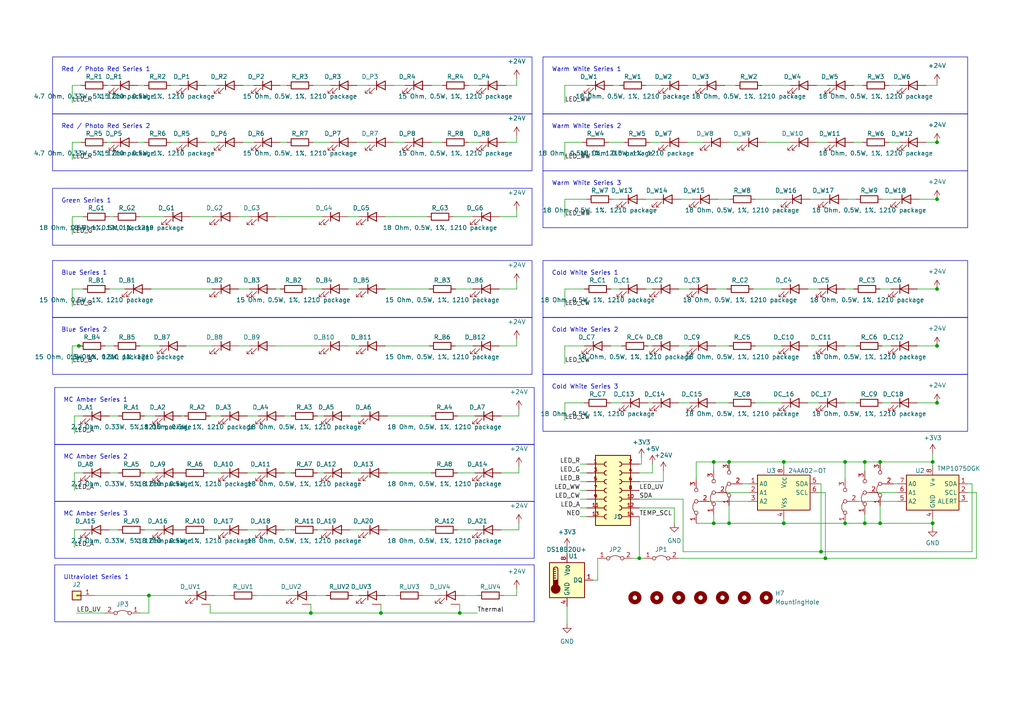
<source format=kicad_sch>
(kicad_sch (version 20230121) (generator eeschema)
  (paper "A4")
  (title_block (title "besteLampe! LED Moudule A2") (date "2024-03-02") (rev "1.0") (comment 1 "See  https://lenaschimmel.de/besteLampe! for the source and more information") (comment 2 "This source describes Open Hardware and is licensed under the CERN-OHL-S v2.") (comment 3 "Copyright 2024 Lena Schimmel <mail@lenaschimmel.de>"))
  (junction (at 245.11 133.985))
  (junction (at 270.51 133.985))
  (junction (at 271.78 83.82))
  (junction (at 239.395 161.925))
  (junction (at 271.78 57.785))
  (junction (at 22.86 100.33))
  (junction (at 270.51 151.765))
  (junction (at 255.27 133.985))
  (junction (at 110.49 177.8))
  (junction (at 133.35 177.8))
  (junction (at 250.825 151.765))
  (junction (at 245.11 151.765))
  (junction (at 271.78 116.84))
  (junction (at 43.18 172.72))
  (junction (at 271.78 100.33))
  (junction (at 211.455 133.985))
  (junction (at 238.125 160.02))
  (junction (at 211.455 151.765))
  (junction (at 271.78 41.275))
  (junction (at 227.33 133.985))
  (junction (at 255.27 151.765))
  (junction (at 227.33 151.765))
  (junction (at 185.42 161.925))
  (junction (at 207.01 151.765))
  (junction (at 250.825 133.985))
  (junction (at 207.01 133.985))
  (junction (at 90.17 177.8))
  (wire (pts (xy 183.515 161.925) (xy 185.42 161.925)))
  (wire (pts (xy 49.53 41.275) (xy 52.07 41.275)))
  (wire (pts (xy 247.65 41.275) (xy 250.19 41.275)))
  (wire (pts (xy 257.81 41.275) (xy 260.985 41.275)))
  (wire (pts (xy 179.705 24.765) (xy 177.8 24.765)))
  (wire (pts (xy 22.225 177.8) (xy 30.48 177.8)))
  (wire (pts (xy 110.49 177.8) (xy 110.49 175.26)))
  (wire (pts (xy 41.91 153.67) (xy 45.085 153.67)))
  (wire (pts (xy 150.495 153.67) (xy 145.415 153.67)))
  (wire (pts (xy 82.55 137.16) (xy 84.455 137.16)))
  (wire (pts (xy 255.27 146.685) (xy 255.27 151.765)))
  (wire (pts (xy 227.33 133.985) (xy 227.33 135.255)))
  (wire (pts (xy 60.96 175.26) (xy 60.96 177.8)))
  (wire (pts (xy 40.64 62.865) (xy 47.625 62.865)))
  (wire (pts (xy 219.075 57.785) (xy 227.33 57.785)))
  (wire (pts (xy 257.81 24.765) (xy 260.985 24.765)))
  (wire (pts (xy 271.78 57.15) (xy 271.78 57.785)))
  (wire (pts (xy 80.01 100.33) (xy 93.345 100.33)))
  (wire (pts (xy 271.78 83.185) (xy 271.78 83.82)))
  (wire (pts (xy 71.755 120.65) (xy 74.93 120.65)))
  (wire (pts (xy 137.16 100.33) (xy 132.08 100.33)))
  (wire (pts (xy 180.975 41.275) (xy 176.53 41.275)))
  (wire (pts (xy 268.605 41.275) (xy 271.78 41.275)))
  (wire (pts (xy 24.13 153.67) (xy 21.59 153.67)))
  (wire (pts (xy 43.18 177.8) (xy 43.18 172.72)))
  (wire (pts (xy 137.795 153.67) (xy 132.715 153.67)))
  (wire (pts (xy 211.455 151.765) (xy 227.33 151.765)))
  (wire (pts (xy 135.89 41.275) (xy 139.065 41.275)))
  (wire (pts (xy 138.43 177.8) (xy 133.35 177.8)))
  (wire (pts (xy 34.29 120.65) (xy 31.75 120.65)))
  (wire (pts (xy 20.955 100.33) (xy 22.86 100.33)))
  (wire (pts (xy 239.395 161.925) (xy 283.21 161.925)))
  (wire (pts (xy 255.905 57.785) (xy 259.08 57.785)))
  (wire (pts (xy 271.78 24.13) (xy 271.78 24.765)))
  (wire (pts (xy 30.48 100.33) (xy 33.02 100.33)))
  (wire (pts (xy 266.065 83.82) (xy 271.78 83.82)))
  (wire (pts (xy 137.795 120.65) (xy 132.715 120.65)))
  (wire (pts (xy 112.395 137.16) (xy 125.095 137.16)))
  (wire (pts (xy 92.075 137.16) (xy 93.98 137.16)))
  (wire (pts (xy 270.51 151.765) (xy 270.51 153.035)))
  (wire (pts (xy 149.86 22.86) (xy 149.86 24.765)))
  (wire (pts (xy 185.42 137.16) (xy 189.23 137.16)))
  (wire (pts (xy 60.325 137.16) (xy 64.135 137.16)))
  (wire (pts (xy 20.955 83.82) (xy 24.13 83.82)))
  (wire (pts (xy 250.825 151.765) (xy 255.27 151.765)))
  (wire (pts (xy 168.91 41.275) (xy 163.83 41.275)))
  (wire (pts (xy 81.28 24.765) (xy 83.185 24.765)))
  (wire (pts (xy 150.495 120.65) (xy 145.415 120.65)))
  (wire (pts (xy 211.455 41.275) (xy 214.63 41.275)))
  (wire (pts (xy 168.275 149.86) (xy 170.18 149.86)))
  (wire (pts (xy 189.23 137.16) (xy 189.23 134.62)))
  (wire (pts (xy 149.86 83.82) (xy 144.78 83.82)))
  (wire (pts (xy 69.215 62.865) (xy 72.39 62.865)))
  (wire (pts (xy 186.055 134.62) (xy 186.055 132.715)))
  (wire (pts (xy 196.85 83.82) (xy 200.025 83.82)))
  (wire (pts (xy 82.55 120.65) (xy 84.455 120.65)))
  (wire (pts (xy 90.17 177.8) (xy 110.49 177.8)))
  (wire (pts (xy 163.83 24.765) (xy 163.83 29.845)))
  (wire (pts (xy 234.315 100.33) (xy 237.49 100.33)))
  (wire (pts (xy 281.94 160.02) (xy 281.94 140.335)))
  (wire (pts (xy 92.075 153.67) (xy 93.98 153.67)))
  (wire (pts (xy 40.005 41.275) (xy 41.91 41.275)))
  (wire (pts (xy 218.44 83.82) (xy 226.695 83.82)))
  (wire (pts (xy 237.49 140.335) (xy 238.125 140.335)))
  (wire (pts (xy 255.27 151.765) (xy 270.51 151.765)))
  (wire (pts (xy 88.9 83.82) (xy 93.345 83.82)))
  (wire (pts (xy 234.315 83.82) (xy 237.49 83.82)))
  (wire (pts (xy 185.42 161.925) (xy 186.69 161.925)))
  (wire (pts (xy 100.965 100.33) (xy 104.14 100.33)))
  (wire (pts (xy 245.11 116.84) (xy 248.285 116.84)))
  (wire (pts (xy 247.65 24.765) (xy 250.19 24.765)))
  (wire (pts (xy 207.01 133.985) (xy 207.01 136.525)))
  (wire (pts (xy 114.3 24.765) (xy 117.475 24.765)))
  (wire (pts (xy 100.965 83.82) (xy 104.14 83.82)))
  (wire (pts (xy 196.85 116.84) (xy 200.025 116.84)))
  (wire (pts (xy 170.18 134.62) (xy 168.275 134.62)))
  (wire (pts (xy 32.385 41.275) (xy 31.115 41.275)))
  (wire (pts (xy 185.42 144.78) (xy 198.12 144.78)))
  (wire (pts (xy 135.89 24.765) (xy 139.065 24.765)))
  (wire (pts (xy 114.3 41.275) (xy 117.475 41.275)))
  (wire (pts (xy 82.55 153.67) (xy 84.455 153.67)))
  (wire (pts (xy 134.62 172.72) (xy 138.43 172.72)))
  (wire (pts (xy 271.78 40.64) (xy 271.78 41.275)))
  (wire (pts (xy 102.235 172.72) (xy 104.14 172.72)))
  (wire (pts (xy 245.11 151.765) (xy 250.825 151.765)))
  (wire (pts (xy 111.76 62.865) (xy 123.825 62.865)))
  (wire (pts (xy 180.34 100.33) (xy 177.165 100.33)))
  (wire (pts (xy 177.8 57.785) (xy 179.705 57.785)))
  (wire (pts (xy 163.83 100.33) (xy 163.83 105.41)))
  (wire (pts (xy 101.6 120.65) (xy 104.775 120.65)))
  (wire (pts (xy 255.905 100.33) (xy 258.445 100.33)))
  (wire (pts (xy 149.86 60.96) (xy 149.86 62.865)))
  (wire (pts (xy 71.755 137.16) (xy 74.93 137.16)))
  (wire (pts (xy 207.01 149.225) (xy 207.01 151.765)))
  (wire (pts (xy 208.28 57.785) (xy 211.455 57.785)))
  (wire (pts (xy 234.95 57.785) (xy 238.125 57.785)))
  (wire (pts (xy 40.005 24.765) (xy 41.91 24.765)))
  (wire (pts (xy 90.805 41.275) (xy 95.885 41.275)))
  (wire (pts (xy 245.11 100.33) (xy 248.285 100.33)))
  (wire (pts (xy 150.495 151.765) (xy 150.495 153.67)))
  (wire (pts (xy 245.11 133.985) (xy 250.825 133.985)))
  (wire (pts (xy 179.705 83.82) (xy 177.165 83.82)))
  (wire (pts (xy 70.485 24.765) (xy 73.66 24.765)))
  (wire (pts (xy 283.21 142.875) (xy 283.21 161.925)))
  (wire (pts (xy 74.295 172.72) (xy 83.82 172.72)))
  (wire (pts (xy 250.825 133.985) (xy 250.825 136.525)))
  (wire (pts (xy 133.35 175.26) (xy 133.35 177.8)))
  (wire (pts (xy 236.855 24.765) (xy 240.03 24.765)))
  (wire (pts (xy 198.12 144.78) (xy 198.12 160.02)))
  (wire (pts (xy 24.13 62.865) (xy 20.955 62.865)))
  (wire (pts (xy 245.745 57.785) (xy 248.285 57.785)))
  (wire (pts (xy 268.605 24.765) (xy 271.78 24.765)))
  (wire (pts (xy 111.76 100.33) (xy 124.46 100.33)))
  (wire (pts (xy 60.325 153.67) (xy 64.135 153.67)))
  (wire (pts (xy 207.645 100.33) (xy 211.455 100.33)))
  (wire (pts (xy 62.23 172.72) (xy 66.675 172.72)))
  (wire (pts (xy 185.42 139.7) (xy 192.405 139.7)))
  (wire (pts (xy 245.11 83.82) (xy 247.65 83.82)))
  (wire (pts (xy 187.96 100.33) (xy 189.23 100.33)))
  (wire (pts (xy 21.59 153.67) (xy 21.59 158.75)))
  (wire (pts (xy 163.83 57.785) (xy 170.18 57.785)))
  (wire (pts (xy 111.76 83.82) (xy 124.46 83.82)))
  (wire (pts (xy 101.6 137.16) (xy 104.775 137.16)))
  (wire (pts (xy 207.01 151.765) (xy 211.455 151.765)))
  (wire (pts (xy 31.75 153.67) (xy 34.29 153.67)))
  (wire (pts (xy 227.33 151.765) (xy 245.11 151.765)))
  (wire (pts (xy 90.805 24.765) (xy 95.885 24.765)))
  (wire (pts (xy 90.17 175.26) (xy 90.17 177.8)))
  (wire (pts (xy 41.91 120.65) (xy 45.085 120.65)))
  (wire (pts (xy 199.39 41.275) (xy 203.835 41.275)))
  (wire (pts (xy 170.18 24.765) (xy 163.83 24.765)))
  (wire (pts (xy 55.245 62.865) (xy 61.595 62.865)))
  (wire (pts (xy 164.465 158.75) (xy 164.465 160.655)))
  (wire (pts (xy 149.86 39.37) (xy 149.86 41.275)))
  (wire (pts (xy 270.51 150.495) (xy 270.51 151.765)))
  (wire (pts (xy 169.545 116.84) (xy 163.83 116.84)))
  (wire (pts (xy 210.82 142.875) (xy 217.17 142.875)))
  (wire (pts (xy 52.705 120.65) (xy 53.34 120.65)))
  (wire (pts (xy 266.065 116.84) (xy 271.78 116.84)))
  (wire (pts (xy 80.01 83.82) (xy 81.28 83.82)))
  (wire (pts (xy 170.18 139.7) (xy 168.275 139.7)))
  (wire (pts (xy 31.75 83.82) (xy 36.195 83.82)))
  (wire (pts (xy 210.185 24.765) (xy 213.36 24.765)))
  (wire (pts (xy 170.18 137.16) (xy 168.275 137.16)))
  (wire (pts (xy 227.33 133.985) (xy 245.11 133.985)))
  (wire (pts (xy 195.58 151.765) (xy 195.58 147.32)))
  (wire (pts (xy 172.085 168.275) (xy 173.355 168.275)))
  (wire (pts (xy 170.18 147.32) (xy 168.275 147.32)))
  (wire (pts (xy 31.75 137.16) (xy 34.29 137.16)))
  (wire (pts (xy 149.86 98.425) (xy 149.86 100.33)))
  (wire (pts (xy 144.78 62.865) (xy 149.86 62.865)))
  (wire (pts (xy 239.395 142.875) (xy 239.395 161.925)))
  (wire (pts (xy 111.76 172.72) (xy 114.935 172.72)))
  (wire (pts (xy 185.42 134.62) (xy 186.055 134.62)))
  (wire (pts (xy 20.955 62.865) (xy 20.955 67.945)))
  (wire (pts (xy 170.18 142.24) (xy 168.275 142.24)))
  (wire (pts (xy 185.42 149.86) (xy 185.42 161.925)))
  (wire (pts (xy 103.505 24.765) (xy 106.68 24.765)))
  (wire (pts (xy 43.815 83.82) (xy 61.595 83.82)))
  (wire (pts (xy 69.215 100.33) (xy 72.39 100.33)))
  (wire (pts (xy 207.645 83.82) (xy 210.82 83.82)))
  (wire (pts (xy 255.905 116.84) (xy 258.445 116.84)))
  (wire (pts (xy 196.85 100.33) (xy 200.025 100.33)))
  (wire (pts (xy 222.25 41.275) (xy 229.235 41.275)))
  (wire (pts (xy 149.86 24.765) (xy 146.685 24.765)))
  (wire (pts (xy 217.17 145.415) (xy 205.74 145.415)))
  (wire (pts (xy 149.86 100.33) (xy 144.78 100.33)))
  (wire (pts (xy 187.96 116.84) (xy 189.23 116.84)))
  (wire (pts (xy 191.77 41.275) (xy 188.595 41.275)))
  (wire (pts (xy 137.16 83.82) (xy 132.08 83.82)))
  (wire (pts (xy 227.33 133.985) (xy 211.455 133.985)))
  (wire (pts (xy 133.35 177.8) (xy 110.49 177.8)))
  (wire (pts (xy 81.28 41.275) (xy 83.185 41.275)))
  (wire (pts (xy 234.315 116.84) (xy 237.49 116.84)))
  (wire (pts (xy 23.495 24.765) (xy 20.955 24.765)))
  (wire (pts (xy 149.86 172.72) (xy 149.86 170.815)))
  (wire (pts (xy 281.94 140.335) (xy 280.67 140.335)))
  (wire (pts (xy 266.065 100.33) (xy 271.78 100.33)))
  (wire (pts (xy 227.33 151.765) (xy 227.33 150.495)))
  (wire (pts (xy 100.965 62.865) (xy 104.14 62.865)))
  (wire (pts (xy 33.02 62.865) (xy 31.75 62.865)))
  (wire (pts (xy 163.83 83.82) (xy 163.83 88.9)))
  (wire (pts (xy 169.545 83.82) (xy 163.83 83.82)))
  (wire (pts (xy 41.91 137.16) (xy 45.085 137.16)))
  (wire (pts (xy 260.35 145.415) (xy 248.92 145.415)))
  (wire (pts (xy 220.98 24.765) (xy 229.235 24.765)))
  (wire (pts (xy 24.13 120.65) (xy 21.59 120.65)))
  (wire (pts (xy 245.11 133.985) (xy 245.11 139.065)))
  (wire (pts (xy 187.325 24.765) (xy 191.77 24.765)))
  (wire (pts (xy 40.64 177.8) (xy 43.18 177.8)))
  (wire (pts (xy 92.075 120.65) (xy 93.98 120.65)))
  (wire (pts (xy 250.825 133.985) (xy 255.27 133.985)))
  (wire (pts (xy 71.755 153.67) (xy 74.93 153.67)))
  (wire (pts (xy 280.67 142.875) (xy 283.21 142.875)))
  (wire (pts (xy 236.855 41.275) (xy 240.03 41.275)))
  (wire (pts (xy 21.59 120.65) (xy 21.59 125.73)))
  (wire (pts (xy 60.96 177.8) (xy 90.17 177.8)))
  (wire (pts (xy 24.13 137.16) (xy 21.59 137.16)))
  (wire (pts (xy 215.265 140.335) (xy 217.17 140.335)))
  (wire (pts (xy 163.83 57.785) (xy 163.83 62.865)))
  (wire (pts (xy 192.405 139.7) (xy 192.405 136.525)))
  (wire (pts (xy 21.59 137.16) (xy 21.59 142.24)))
  (wire (pts (xy 20.955 100.33) (xy 20.955 105.41)))
  (wire (pts (xy 270.51 133.985) (xy 270.51 135.255)))
  (wire (pts (xy 80.01 62.865) (xy 93.345 62.865)))
  (wire (pts (xy 27.305 172.72) (xy 43.18 172.72)))
  (wire (pts (xy 131.445 62.865) (xy 137.16 62.865)))
  (wire (pts (xy 150.495 137.16) (xy 145.415 137.16)))
  (wire (pts (xy 112.395 120.65) (xy 125.095 120.65)))
  (wire (pts (xy 196.85 161.925) (xy 239.395 161.925)))
  (wire (pts (xy 164.465 175.895) (xy 164.465 180.975)))
  (wire (pts (xy 201.93 133.985) (xy 201.93 139.065)))
  (wire (pts (xy 237.49 142.875) (xy 239.395 142.875)))
  (wire (pts (xy 20.955 24.765) (xy 20.955 29.845)))
  (wire (pts (xy 173.355 168.275) (xy 173.355 161.925)))
  (wire (pts (xy 266.7 57.785) (xy 271.78 57.785)))
  (wire (pts (xy 49.53 24.765) (xy 52.07 24.765)))
  (wire (pts (xy 254.635 142.875) (xy 260.35 142.875)))
  (wire (pts (xy 91.44 172.72) (xy 94.615 172.72)))
  (wire (pts (xy 60.96 120.65) (xy 64.135 120.65)))
  (wire (pts (xy 112.395 153.67) (xy 125.095 153.67)))
  (wire (pts (xy 270.51 133.985) (xy 255.27 133.985)))
  (wire (pts (xy 170.18 144.78) (xy 168.275 144.78)))
  (wire (pts (xy 43.18 172.72) (xy 54.61 172.72)))
  (wire (pts (xy 125.095 41.275) (xy 128.27 41.275)))
  (wire (pts (xy 211.455 146.685) (xy 211.455 151.765)))
  (wire (pts (xy 198.12 160.02) (xy 238.125 160.02)))
  (wire (pts (xy 187.325 57.785) (xy 189.865 57.785)))
  (wire (pts (xy 238.125 140.335) (xy 238.125 160.02)))
  (wire (pts (xy 31.115 24.765) (xy 32.385 24.765)))
  (wire (pts (xy 20.955 41.275) (xy 20.955 46.355)))
  (wire (pts (xy 271.78 99.695) (xy 271.78 100.33)))
  (wire (pts (xy 59.69 41.275) (xy 62.865 41.275)))
  (wire (pts (xy 150.495 135.255) (xy 150.495 137.16)))
  (wire (pts (xy 163.83 41.275) (xy 163.83 46.355)))
  (wire (pts (xy 259.08 140.335) (xy 260.35 140.335)))
  (wire (pts (xy 149.86 41.275) (xy 146.685 41.275)))
  (wire (pts (xy 255.27 83.82) (xy 258.445 83.82)))
  (wire (pts (xy 20.955 83.82) (xy 20.955 88.9)))
  (wire (pts (xy 199.39 24.765) (xy 202.565 24.765)))
  (wire (pts (xy 70.485 41.275) (xy 73.66 41.275)))
  (wire (pts (xy 250.825 149.225) (xy 250.825 151.765)))
  (wire (pts (xy 180.34 116.84) (xy 177.165 116.84)))
  (wire (pts (xy 219.075 116.84) (xy 226.695 116.84)))
  (wire (pts (xy 270.51 131.445) (xy 270.51 133.985)))
  (wire (pts (xy 219.075 100.33) (xy 226.695 100.33)))
  (wire (pts (xy 238.125 160.02) (xy 281.94 160.02)))
  (wire (pts (xy 201.93 151.765) (xy 207.01 151.765)))
  (wire (pts (xy 40.64 100.33) (xy 46.355 100.33)))
  (wire (pts (xy 103.505 41.275) (xy 106.68 41.275)))
  (wire (pts (xy 201.93 133.985) (xy 207.01 133.985)))
  (wire (pts (xy 150.495 118.745) (xy 150.495 120.65)))
  (wire (pts (xy 149.86 81.915) (xy 149.86 83.82)))
  (wire (pts (xy 59.69 24.765) (xy 62.865 24.765)))
  (wire (pts (xy 185.42 147.32) (xy 195.58 147.32)))
  (wire (pts (xy 207.01 133.985) (xy 211.455 133.985)))
  (wire (pts (xy 149.86 172.72) (xy 146.05 172.72)))
  (wire (pts (xy 207.645 116.84) (xy 211.455 116.84)))
  (wire (pts (xy 122.555 172.72) (xy 127 172.72)))
  (wire (pts (xy 163.83 116.84) (xy 163.83 121.92)))
  (wire (pts (xy 137.795 137.16) (xy 132.715 137.16)))
  (wire (pts (xy 23.495 41.275) (xy 20.955 41.275)))
  (wire (pts (xy 169.545 100.33) (xy 163.83 100.33)))
  (wire (pts (xy 197.485 57.785) (xy 200.66 57.785)))
  (wire (pts (xy 187.325 83.82) (xy 189.23 83.82)))
  (wire (pts (xy 125.095 24.765) (xy 128.27 24.765)))
  (wire (pts (xy 69.215 83.82) (xy 72.39 83.82)))
  (wire (pts (xy 22.86 100.33) (xy 24.13 100.33)))
  (wire (pts (xy 271.78 116.205) (xy 271.78 116.84)))
  (wire (pts (xy 53.975 100.33) (xy 61.595 100.33)))
  (wire (pts (xy 101.6 153.67) (xy 104.775 153.67)))
  (rectangle (start 15.24 33.02) (end 154.305 49.53))
  (rectangle (start 157.48 16.51) (end 280.67 33.02))
  (rectangle (start 157.48 92.075) (end 280.67 108.585))
  (rectangle (start 157.48 33.02) (end 280.67 49.53))
  (rectangle (start 15.24 16.51) (end 154.305 33.02))
  (rectangle (start 15.24 54.61) (end 154.305 71.12))
  (rectangle (start 15.24 92.075) (end 154.305 108.585))
  (rectangle (start 157.48 75.565) (end 280.67 92.075))
  (rectangle (start 157.48 49.53) (end 280.67 66.04))
  (rectangle (start 15.875 128.905) (end 154.94 145.415))
  (rectangle (start 15.875 163.83) (end 154.94 180.34))
  (rectangle (start 15.875 112.395) (end 154.94 128.905))
  (rectangle (start 15.24 75.565) (end 154.305 92.075))
  (rectangle (start 157.48 108.585) (end 280.67 125.095))
  (rectangle (start 15.875 145.415) (end 154.94 161.925))
  (text "Warm White Series 2" (at 160.02 37.465 0) (effects (font (size 1.27 1.27)) (justify left bottom)))
  (text "MC Amber Series 3" (at 18.415 149.86 0) (effects (font (size 1.27 1.27)) (justify left bottom)))
  (text "Cold White Series 2" (at 160.02 96.52 0) (effects (font (size 1.27 1.27)) (justify left bottom)))
  (text "Warm White Series 3" (at 160.02 53.975 0) (effects (font (size 1.27 1.27)) (justify left bottom)))
  (text "Warm White Series 1" (at 160.02 20.955 0) (effects (font (size 1.27 1.27)) (justify left bottom)))
  (text "Red / Photo Red Series 1" (at 17.78 20.955 0) (effects (font (size 1.27 1.27)) (justify left bottom)))
  (text "Cold White Series 1" (at 160.02 80.01 0) (effects (font (size 1.27 1.27)) (justify left bottom)))
  (text "Blue Series 1" (at 17.78 80.01 0) (effects (font (size 1.27 1.27)) (justify left bottom)))
  (text "MC Amber Series 1" (at 18.415 116.84 0) (effects (font (size 1.27 1.27)) (justify left bottom)))
  (text "Red / Photo Red Series 2" (at 17.78 37.465 0) (effects (font (size 1.27 1.27)) (justify left bottom)))
  (text "Blue Series 2" (at 17.78 96.52 0) (effects (font (size 1.27 1.27)) (justify left bottom)))
  (text "MC Amber Series 2" (at 18.415 133.35 0) (effects (font (size 1.27 1.27)) (justify left bottom)))
  (text "Ultraviolet Series 1" (at 18.415 168.275 0) (effects (font (size 1.27 1.27)) (justify left bottom)))
  (text "Green Series 1" (at 17.78 59.055 0) (effects (font (size 1.27 1.27)) (justify left bottom)))
  (text "Cold White Series 3" (at 160.02 113.03 0) (effects (font (size 1.27 1.27)) (justify left bottom)))
  (label "LED_UV" (at 185.42 142.24 0))
  (label "LED_A" (at 21.59 142.24 0))
  (label "LED_CW" (at 163.83 121.92 0))
  (label "LED_CW" (at 163.83 105.41 0))
  (label "LED_B" (at 20.955 88.9 0))
  (label "LED_WW" (at 163.83 46.355 0))
  (label "LED_UV" (at 22.225 177.8 0))
  (label "SDA" (at 185.42 144.78 0))
  (label "LED_B" (at 20.955 105.41 0))
  (label "TEMP_SCL" (at 185.42 149.86 0))
  (label "LED_G" (at 168.275 137.16 180))
  (label "LED_R" (at 20.955 29.845 0))
  (label "LED_B" (at 168.275 139.7 180))
  (label "Thermal" (at 138.43 177.8 0))
  (label "LED_A" (at 21.59 158.75 0))
  (label "LED_WW" (at 163.83 62.865 0))
  (label "LED_R" (at 20.955 46.355 0))
  (label "NEO" (at 168.275 149.86 180))
  (label "LED_WW" (at 163.83 29.845 0))
  (label "LED_WW" (at 168.275 142.24 180))
  (label "LED_A" (at 21.59 125.73 0))
  (label "LED_CW" (at 163.83 88.9 0))
  (label "LED_G" (at 20.955 67.945 0))
  (label "LED_CW" (at 168.275 144.78 180))
  (label "LED_R" (at 168.275 134.62 180))
  (label "LED_A" (at 168.275 147.32 180))
  (symbol (lib_id "LED:LED_CREE_JSE28L3E5_Group_1") (at 262.255 83.82 0) (unit 1)
    (property "Reference" "D_C6" (at 259.08 81.28 0))
    (property "Value" "Cold White" (effects hide))
    (property "Footprint" "LED_SMD:LED_2835_CREE_JSE28L3E5" (effects hide))
    (property "Datasheet" "https://www.mouser.de/datasheet/2/723/JSeries_2835_Color-3359504.pdf" (effects hide))
    (property "Mouser Part" "941-JE2835BWTNU57EAN " (effects hide))
    (property "Manufacturer" "Cree LED" (effects hide))
    (property "Note" "Big Cathode" (effects hide))
    (property "Part Number" "JE2835BWT-N-U57EA0000-N0000001" (effects hide))
  )
  (symbol (lib_id "LED:LED_Thermal_Pad") (at 58.42 172.72 0) (unit 1)
    (property "Reference" "D_UV1" (at 55.245 170.18 0))
    (property "Value" "Ultra Violet" (effects hide))
    (property "Footprint" "LED_SMD:LED_2835_CREE_JSE28L3E5" (effects hide))
    (property "Datasheet" "https://www.mouser.de/datasheet/2/723/JSeries_2835_Color-3359504.pdf" (effects hide))
    (property "Mouser Part" "941-JE2835AHRN01AN " (effects hide))
    (property "Manufacturer" "Luminus Devices" (effects hide))
    (property "Part Number" "SST-08-UV-A130-365-ENG" (effects hide))
  )
  (symbol (lib_id "LED:LED_CREE_JSE28L3E5_Group_1") (at 107.95 100.33 0) (unit 1)
    (property "Reference" "D_B11" (at 104.775 97.79 0))
    (property "Value" "Royal Blue" (effects hide))
    (property "Footprint" "LED_SMD:LED_2835_CREE_JSE28L3E5" (effects hide))
    (property "Datasheet" "https://www.mouser.de/datasheet/2/723/JSeries_2835_Color-3359504.pdf" (effects hide))
    (property "Mouser Part" "941-JE2835ARYN02AN " (effects hide))
    (property "Manufacturer" "Cree LED" (effects hide))
    (property "Note" "Big Cathode" (effects hide))
    (property "Part Number" "JE2835ARY-N-0002A0000-N0000001 " (effects hide))
  )
  (symbol (lib_id "Jumper:Jumper_3_Bridged12") (at 255.27 140.335 90) (unit 1)
    (property "Reference" "A0" (effects hide))
    (property "Value" "Jumper_3_Bridged12" (effects hide))
    (property "Footprint" "Jumper:SolderJumper-3_P1.3mm_Bridged12_RoundedPad1.0x1.5mm" (effects hide))
  )
  (symbol (lib_id "Device:R") (at 142.24 172.72 90) (unit 1)
    (property "Reference" "R_UV4" (at 142.24 170.18 90))
    (property "Value" "4.7 Ohm, 0.33W, 5%, 1210 package" (effects hide))
    (property "Footprint" "Resistor_SMD:R_1210_3225Metric" (effects hide))
  )
  (symbol (lib_id "LED:LED_CREE_JSE28L3E5_Group_1") (at 140.97 100.33 0) (unit 1)
    (property "Reference" "D_B12" (at 137.795 97.79 0))
    (property "Value" "Royal Blue" (effects hide))
    (property "Footprint" "LED_SMD:LED_2835_CREE_JSE28L3E5" (effects hide))
    (property "Datasheet" "https://www.mouser.de/datasheet/2/723/JSeries_2835_Color-3359504.pdf" (effects hide))
    (property "Mouser Part" "941-JE2835ARYN02AN " (effects hide))
    (property "Manufacturer" "Cree LED" (effects hide))
    (property "Note" "Big Cathode" (effects hide))
    (property "Part Number" "JE2835ARY-N-0002A0000-N0000001 " (effects hide))
  )
  (symbol (lib_id "LED:LED_CREE_JSE28L3E5_Group_2") (at 108.585 137.16 0) (unit 1)
    (property "Reference" "D_A13" (at 105.41 134.62 0))
    (property "Value" "Amber" (effects hide))
    (property "Footprint" "LED_SMD:LED_2835_CREE_JSE28L3E5_Big_Anode" (effects hide))
    (property "Datasheet" "https://www.mouser.de/datasheet/2/723/JSeries_2835_Color-3359504.pdf" (effects hide))
    (property "Mouser Part" "941-JE2835AAMN01AN" (effects hide))
    (property "Manufacturer" "Cree LED" (effects hide))
    (property "Note" "Big Anode" (effects hide))
    (property "Part Number" "JE2835AAM-N-0001A0000-N0000001 " (effects hide))
  )
  (symbol (lib_id "Device:R") (at 173.355 83.82 90) (unit 1)
    (property "Reference" "R_C1" (at 173.355 81.28 90))
    (property "Value" "18 Ohm, 0.5W, 1%, 1210 package" (at 173.355 86.995 90))
    (property "Footprint" "Resistor_SMD:R_1210_3225Metric" (effects hide))
  )
  (symbol (lib_id "LED:LED_CREE_JSE28L3E5_Group_1") (at 241.3 100.33 0) (unit 1)
    (property "Reference" "D_C11" (at 238.125 97.79 0))
    (property "Value" "Cold White" (effects hide))
    (property "Footprint" "LED_SMD:LED_2835_CREE_JSE28L3E5" (effects hide))
    (property "Datasheet" "https://www.mouser.de/datasheet/2/723/JSeries_2835_Color-3359504.pdf" (effects hide))
    (property "Mouser Part" "941-JE2835BWTNU57EAN " (effects hide))
    (property "Manufacturer" "Cree LED" (effects hide))
    (property "Note" "Big Cathode" (effects hide))
    (property "Part Number" "JE2835BWT-N-U57EA0000-N0000001" (effects hide))
  )
  (symbol (lib_id "LED:LED_CREE_JSE28L3E5_Group_2") (at 78.74 153.67 0) (unit 1)
    (property "Reference" "D_A18" (at 75.565 151.13 0))
    (property "Value" "Amber" (effects hide))
    (property "Footprint" "LED_SMD:LED_2835_CREE_JSE28L3E5_Big_Anode" (effects hide))
    (property "Datasheet" "https://www.mouser.de/datasheet/2/723/JSeries_2835_Color-3359504.pdf" (effects hide))
    (property "Mouser Part" "941-JE2835AAMN01AN" (effects hide))
    (property "Manufacturer" "Cree LED" (effects hide))
    (property "Note" "Big Anode" (effects hide))
    (property "Part Number" "JE2835AAM-N-0001A0000-N0000001 " (effects hide))
  )
  (symbol (lib_id "LED:LED_CREE_JSE28L3E5_Group_1") (at 76.2 83.82 0) (unit 1)
    (property "Reference" "D_B3" (at 73.025 81.28 0))
    (property "Value" "Royal Blue" (effects hide))
    (property "Footprint" "LED_SMD:LED_2835_CREE_JSE28L3E5" (effects hide))
    (property "Datasheet" "https://www.mouser.de/datasheet/2/723/JSeries_2835_Color-3359504.pdf" (effects hide))
    (property "Mouser Part" "941-JE2835ARYN02AN " (effects hide))
    (property "Manufacturer" "Cree LED" (effects hide))
    (property "Note" "Big Cathode" (effects hide))
    (property "Part Number" "JE2835ARY-N-0002A0000-N0000001 " (effects hide))
  )
  (symbol (lib_id "power:+24V") (at 271.78 24.13 0) (unit 1)
    (property "Reference" "#PWR09" (effects hide))
    (property "Value" "+24V" (at 271.78 19.05 0))
  )
  (symbol (lib_id "LED:LED_CREE_JSE28L3E5_Group_1") (at 230.505 83.82 0) (unit 1)
    (property "Reference" "D_C4" (at 227.33 81.28 0))
    (property "Value" "Cold White" (effects hide))
    (property "Footprint" "LED_SMD:LED_2835_CREE_JSE28L3E5" (effects hide))
    (property "Datasheet" "https://www.mouser.de/datasheet/2/723/JSeries_2835_Color-3359504.pdf" (effects hide))
    (property "Mouser Part" "941-JE2835BWTNU57EAN " (effects hide))
    (property "Manufacturer" "Cree LED" (effects hide))
    (property "Note" "Big Cathode" (effects hide))
    (property "Part Number" "JE2835BWT-N-U57EA0000-N0000001" (effects hide))
  )
  (symbol (lib_id "power:+3V3") (at 186.055 132.715 0) (unit 1)
    (property "Reference" "#PWR018" (effects hide))
    (property "Value" "+3V3" (at 186.055 128.27 0))
  )
  (symbol (lib_id "power:+24V") (at 150.495 118.745 0) (unit 1)
    (property "Reference" "#PWR03" (effects hide))
    (property "Value" "+24V" (at 150.495 113.665 0))
  )
  (symbol (lib_id "Device:R") (at 215.265 57.785 90) (unit 1)
    (property "Reference" "R_W8" (at 215.265 55.245 90))
    (property "Value" "18 Ohm, 0.5W, 1%, 1210 package" (at 215.265 60.96 90))
    (property "Footprint" "Resistor_SMD:R_1210_3225Metric" (effects hide))
  )
  (symbol (lib_id "LED:LED_CREE_JSE28L3E5_Group_1") (at 193.04 83.82 0) (unit 1)
    (property "Reference" "D_C2" (at 189.865 81.28 0))
    (property "Value" "Cold White" (effects hide))
    (property "Footprint" "LED_SMD:LED_2835_CREE_JSE28L3E5" (effects hide))
    (property "Datasheet" "https://www.mouser.de/datasheet/2/723/JSeries_2835_Color-3359504.pdf" (effects hide))
    (property "Mouser Part" "941-JE2835BWTNU57EAN " (effects hide))
    (property "Manufacturer" "Cree LED" (effects hide))
    (property "Note" "Big Cathode" (effects hide))
    (property "Part Number" "JE2835BWT-N-U57EA0000-N0000001" (effects hide))
  )
  (symbol (lib_id "LED:LED_CREE_JSE28L3E5_Group_2") (at 55.88 24.765 0) (unit 1)
    (property "Reference" "D_P1" (at 52.705 22.225 0))
    (property "Value" "Photo Red" (effects hide))
    (property "Footprint" "LED_SMD:LED_2835_CREE_JSE28L3E5_Big_Anode" (effects hide))
    (property "Datasheet" "https://www.mouser.de/datasheet/2/723/JSeries_2835_Color-3359504.pdf" (effects hide))
    (property "Mouser Part" "941-JE2835AHRN01AN " (effects hide))
    (property "Manufacturer" "Cree LED" (effects hide))
    (property "Note" "Big Anode" (effects hide))
    (property "Part Number" "JE2835AHR-N-0001A0000-N0000001 " (effects hide))
  )
  (symbol (lib_id "LED:LED_CREE_JSE28L3E5_Group_2") (at 48.895 153.67 0) (unit 1)
    (property "Reference" "D_A16" (at 45.72 151.13 0))
    (property "Value" "Amber" (effects hide))
    (property "Footprint" "LED_SMD:LED_2835_CREE_JSE28L3E5_Big_Anode" (effects hide))
    (property "Datasheet" "https://www.mouser.de/datasheet/2/723/JSeries_2835_Color-3359504.pdf" (effects hide))
    (property "Mouser Part" "941-JE2835AAMN01AN" (effects hide))
    (property "Manufacturer" "Cree LED" (effects hide))
    (property "Note" "Big Anode" (effects hide))
    (property "Part Number" "JE2835AAM-N-0001A0000-N0000001 " (effects hide))
  )
  (symbol (lib_id "LED:LED_CREE_JSE28L3E5_Group_2") (at 67.945 153.67 0) (unit 1)
    (property "Reference" "D_A17" (at 64.77 151.13 0))
    (property "Value" "Amber" (effects hide))
    (property "Footprint" "LED_SMD:LED_2835_CREE_JSE28L3E5_Big_Anode" (effects hide))
    (property "Datasheet" "https://www.mouser.de/datasheet/2/723/JSeries_2835_Color-3359504.pdf" (effects hide))
    (property "Mouser Part" "941-JE2835AAMN01AN" (effects hide))
    (property "Manufacturer" "Cree LED" (effects hide))
    (property "Note" "Big Anode" (effects hide))
    (property "Part Number" "JE2835AAM-N-0001A0000-N0000001 " (effects hide))
  )
  (symbol (lib_id "LED:LED_CREE_JSE28L3E5_Group_2") (at 99.695 41.275 0) (unit 1)
    (property "Reference" "D_P7" (at 96.52 38.735 0))
    (property "Value" "Photo Red" (effects hide))
    (property "Footprint" "LED_SMD:LED_2835_CREE_JSE28L3E5_Big_Anode" (effects hide))
    (property "Datasheet" "https://www.mouser.de/datasheet/2/723/JSeries_2835_Color-3359504.pdf" (effects hide))
    (property "Mouser Part" "941-JE2835AHRN01AN " (effects hide))
    (property "Manufacturer" "Cree LED" (effects hide))
    (property "Note" "Big Anode" (effects hide))
    (property "Part Number" "JE2835AHR-N-0001A0000-N0000001 " (effects hide))
  )
  (symbol (lib_id "Device:R") (at 88.265 153.67 90) (unit 1)
    (property "Reference" "R_A11" (at 88.265 151.13 90))
    (property "Value" "18 Ohm, 0.5W, 1%, 1210 package" (at 88.265 156.845 90))
    (property "Footprint" "Resistor_SMD:R_1210_3225Metric" (effects hide))
  )
  (symbol (lib_id "LED:LED_CREE_JSE28L3E5_Group_2") (at 77.47 41.275 0) (unit 1)
    (property "Reference" "D_R6" (at 74.295 38.735 0))
    (property "Value" "Red" (effects hide))
    (property "Footprint" "LED_SMD:LED_2835_CREE_JSE28L3E5_Big_Anode" (effects hide))
    (property "Datasheet" "https://www.mouser.de/datasheet/2/723/JSeries_2835_Color-3359504.pdf" (effects hide))
    (property "Mouser Part" "941-JE2835ARDN01AN " (effects hide))
    (property "Manufacturer" "Cree LED" (effects hide))
    (property "Note" "Big Anode" (effects hide))
    (property "Part Number" "JE2835ARD-N-0001A0000-N0000001 " (effects hide))
  )
  (symbol (lib_id "LED:LED_CREE_JSE28L3E5_Group_1") (at 230.505 116.84 0) (unit 1)
    (property "Reference" "DC_16" (at 227.33 114.3 0))
    (property "Value" "Cold White" (effects hide))
    (property "Footprint" "LED_SMD:LED_2835_CREE_JSE28L3E5" (effects hide))
    (property "Datasheet" "https://www.mouser.de/datasheet/2/723/JSeries_2835_Color-3359504.pdf" (effects hide))
    (property "Mouser Part" "941-JE2835BWTNU57EAN " (effects hide))
    (property "Manufacturer" "Cree LED" (effects hide))
    (property "Note" "Big Cathode" (effects hide))
    (property "Part Number" "JE2835BWT-N-U57EA0000-N0000001" (effects hide))
  )
  (symbol (lib_id "power:+24V") (at 192.405 136.525 0) (unit 1)
    (property "Reference" "#PWR016" (effects hide))
    (property "Value" "+24V" (at 192.405 132.08 0))
  )
  (symbol (lib_id "LED:LED_CREE_JSE28L3E5_Group_2") (at 97.79 120.65 0) (unit 1)
    (property "Reference" "D_A5" (at 94.615 118.11 0))
    (property "Value" "Amber" (effects hide))
    (property "Footprint" "LED_SMD:LED_2835_CREE_JSE28L3E5_Big_Anode" (effects hide))
    (property "Datasheet" "https://www.mouser.de/datasheet/2/723/JSeries_2835_Color-3359504.pdf" (effects hide))
    (property "Mouser Part" "941-JE2835AAMN01AN" (effects hide))
    (property "Manufacturer" "Cree LED" (effects hide))
    (property "Note" "Big Anode" (effects hide))
    (property "Part Number" "JE2835AAM-N-0001A0000-N0000001 " (effects hide))
  )
  (symbol (lib_id "LED:LED_CREE_JSE28L3E5_Group_2") (at 121.285 41.275 0) (unit 1)
    (property "Reference" "D_P8" (at 118.11 38.735 0))
    (property "Value" "Photo Red" (effects hide))
    (property "Footprint" "LED_SMD:LED_2835_CREE_JSE28L3E5_Big_Anode" (effects hide))
    (property "Datasheet" "https://www.mouser.de/datasheet/2/723/JSeries_2835_Color-3359504.pdf" (effects hide))
    (property "Mouser Part" "941-JE2835AHRN01AN " (effects hide))
    (property "Manufacturer" "Cree LED" (effects hide))
    (property "Note" "Big Anode" (effects hide))
    (property "Part Number" "JE2835AHR-N-0001A0000-N0000001 " (effects hide))
  )
  (symbol (lib_id "power:+24V") (at 271.78 83.82 0) (unit 1)
    (property "Reference" "#PWR012" (effects hide))
    (property "Value" "+24V" (at 271.78 78.74 0))
  )
  (symbol (lib_id "Device:R") (at 217.17 24.765 90) (unit 1)
    (property "Reference" "R_W2" (at 217.17 22.225 90))
    (property "Value" "18 Ohm, 0.5W, 1%, 1210 package" (at 217.17 27.94 90))
    (property "Footprint" "Resistor_SMD:R_1210_3225Metric" (effects hide))
  )
  (symbol (lib_id "Sensor_Temperature:TMP1075DGK") (at 270.51 142.875 0) (unit 1)
    (property "Reference" "U2" (at 265.43 136.525 0) (effects (justify left)))
    (property "Value" "TMP1075DGK" (at 271.78 135.89 0) (effects (justify left)))
    (property "Footprint" "Package_SO:VSSOP-8_3.0x3.0mm_P0.65mm" (effects hide))
    (property "Datasheet" "https://www.ti.com/lit/gpn/tmp1075" (effects hide))
  )
  (symbol (lib_id "LED:LED_CREE_JSE28L3E5_Group_2") (at 36.195 41.275 0) (unit 1)
    (property "Reference" "D_P5" (at 33.02 38.735 0))
    (property "Value" "Photo Red" (effects hide))
    (property "Footprint" "LED_SMD:LED_2835_CREE_JSE28L3E5_Big_Anode" (effects hide))
    (property "Datasheet" "https://www.mouser.de/datasheet/2/723/JSeries_2835_Color-3359504.pdf" (effects hide))
    (property "Mouser Part" "941-JE2835AHRN01AN " (effects hide))
    (property "Manufacturer" "Cree LED" (effects hide))
    (property "Note" "Big Anode" (effects hide))
    (property "Part Number" "JE2835AHR-N-0001A0000-N0000001 " (effects hide))
  )
  (symbol (lib_id "Jumper:Jumper_3_Bridged12") (at 211.455 140.335 90) (unit 1)
    (property "Reference" "A0b1" (effects hide))
    (property "Value" "Jumper_3_Bridged12" (effects hide))
    (property "Footprint" "Jumper:SolderJumper-3_P1.3mm_Bridged12_RoundedPad1.0x1.5mm" (effects hide))
  )
  (symbol (lib_id "LED:LED_CREE_JSE28L3E5_Group_1") (at 193.04 116.84 0) (unit 1)
    (property "Reference" "D_C14" (at 189.865 114.3 0))
    (property "Value" "Cold White" (effects hide))
    (property "Footprint" "LED_SMD:LED_2835_CREE_JSE28L3E5" (effects hide))
    (property "Datasheet" "https://www.mouser.de/datasheet/2/723/JSeries_2835_Color-3359504.pdf" (effects hide))
    (property "Mouser Part" "941-JE2835BWTNU57EAN " (effects hide))
    (property "Manufacturer" "Cree LED" (effects hide))
    (property "Note" "Big Cathode" (effects hide))
    (property "Part Number" "JE2835BWT-N-U57EA0000-N0000001" (effects hide))
  )
  (symbol (lib_id "Mechanical:MountingHole") (at 203.2 173.355 90) (unit 1) (in_bom no)
    (property "Reference" "H4" (effects hide))
    (property "Value" "MountingHole" (effects hide))
    (property "Footprint" "MountingHole:MountingHole_3.2mm_M3" (effects hide))
    (property "Note" "DNP" (effects hide))
    (property "Part Number" "DNP" (effects hide))
  )
  (symbol (lib_id "Mechanical:MountingHole") (at 209.55 173.355 90) (unit 1) (in_bom no)
    (property "Reference" "H5" (effects hide))
    (property "Value" "MountingHole" (effects hide))
    (property "Footprint" "MountingHole:MountingHole_3.2mm_M3" (effects hide))
    (property "Note" "DNP" (effects hide))
    (property "Part Number" "DNP" (effects hide))
  )
  (symbol (lib_id "power:+24V") (at 149.86 81.915 0) (unit 1)
    (property "Reference" "#PWR07" (effects hide))
    (property "Value" "+24V" (at 149.86 76.835 0))
  )
  (symbol (lib_id "Device:R") (at 127.635 62.865 90) (unit 1)
    (property "Reference" "R_G3" (at 127.635 60.325 90))
    (property "Value" "18 Ohm, 0.5W, 1%, 1210 package" (at 127.635 66.04 90))
    (property "Footprint" "Resistor_SMD:R_1210_3225Metric" (effects hide))
  )
  (symbol (lib_id "Device:R") (at 27.94 83.82 90) (unit 1)
    (property "Reference" "R_B1" (at 27.94 81.28 90))
    (property "Value" "15 Ohm, 0.5W, 1%, 1210 package" (at 27.94 86.995 90))
    (property "Footprint" "Resistor_SMD:R_1210_3225Metric" (effects hide))
  )
  (symbol (lib_id "Device:R") (at 252.095 57.785 90) (unit 1)
    (property "Reference" "R_W9" (at 252.095 55.245 90))
    (property "Value" "18 Ohm, 0.5W, 1%, 1210 package" (at 252.095 60.96 90))
    (property "Footprint" "Resistor_SMD:R_1210_3225Metric" (effects hide))
  )
  (symbol (lib_id "Device:R") (at 45.72 41.275 90) (unit 1)
    (property "Reference" "R_R6" (at 45.72 38.735 90))
    (property "Value" "15 Ohm, 0.5W, 1%, 1210 package" (at 45.72 44.45 90))
    (property "Footprint" "Resistor_SMD:R_1210_3225Metric" (effects hide))
  )
  (symbol (lib_id "LED:LED_CREE_JSE28L3E5_Group_2") (at 48.895 120.65 0) (unit 1)
    (property "Reference" "D_A2" (at 45.72 118.11 0))
    (property "Value" "Amber" (effects hide))
    (property "Footprint" "LED_SMD:LED_2835_CREE_JSE28L3E5_Big_Anode" (effects hide))
    (property "Datasheet" "https://www.mouser.de/datasheet/2/723/JSeries_2835_Color-3359504.pdf" (effects hide))
    (property "Mouser Part" "941-JE2835AAMN01AN" (effects hide))
    (property "Manufacturer" "Cree LED" (effects hide))
    (property "Note" "Big Anode" (effects hide))
    (property "Part Number" "JE2835AAM-N-0001A0000-N0000001 " (effects hide))
  )
  (symbol (lib_id "Device:R") (at 38.1 137.16 90) (unit 1)
    (property "Reference" "R_A5" (at 38.1 134.62 90))
    (property "Value" "2.2 Ohm, 0.33W, 5%, 1210 package" (at 38.1 140.335 90))
    (property "Footprint" "Resistor_SMD:R_1210_3225Metric" (effects hide))
  )
  (symbol (lib_id "power:GND") (at 195.58 151.765 0) (unit 1)
    (property "Reference" "#PWR015" (effects hide))
    (property "Value" "GND" (at 195.58 156.845 0))
  )
  (symbol (lib_id "Device:R") (at 254 24.765 90) (unit 1)
    (property "Reference" "R_W3" (at 254 22.225 90))
    (property "Value" "18 Ohm, 0.5W, 1%, 1210 package" (at 254 27.94 90))
    (property "Footprint" "Resistor_SMD:R_1210_3225Metric" (effects hide))
  )
  (symbol (lib_id "power:+24V") (at 271.78 116.84 0) (unit 1)
    (property "Reference" "#PWR014" (effects hide))
    (property "Value" "+24V" (at 271.78 111.76 0))
  )
  (symbol (lib_id "LED:LED_CREE_JSE28L3E5_Group_1") (at 203.835 83.82 0) (unit 1)
    (property "Reference" "D_C3" (at 200.66 81.28 0))
    (property "Value" "Cold White" (effects hide))
    (property "Footprint" "LED_SMD:LED_2835_CREE_JSE28L3E5" (effects hide))
    (property "Datasheet" "https://www.mouser.de/datasheet/2/723/JSeries_2835_Color-3359504.pdf" (effects hide))
    (property "Mouser Part" "941-JE2835BWTNU57EAN " (effects hide))
    (property "Manufacturer" "Cree LED" (effects hide))
    (property "Note" "Big Cathode" (effects hide))
    (property "Part Number" "JE2835BWT-N-U57EA0000-N0000001" (effects hide))
  )
  (symbol (lib_id "power:+3V3") (at 164.465 158.75 0) (mirror y) (unit 1)
    (property "Reference" "#PWR020" (effects hide))
    (property "Value" "+3V3" (at 164.465 154.305 0))
  )
  (symbol (lib_id "Mechanical:MountingHole") (at 215.9 173.355 90) (unit 1) (in_bom no)
    (property "Reference" "H6" (effects hide))
    (property "Value" "MountingHole" (effects hide))
    (property "Footprint" "MountingHole:MountingHole_3.2mm_M3" (effects hide))
    (property "Note" "DNP" (effects hide))
    (property "Part Number" "DNP" (effects hide))
  )
  (symbol (lib_id "power:+5V") (at 189.23 134.62 0) (unit 1)
    (property "Reference" "#PWR017" (effects hide))
    (property "Value" "+5V" (at 189.23 130.175 0))
  )
  (symbol (lib_id "LED:LED_CREE_JSE28L3E5_Group_2") (at 97.79 153.67 0) (unit 1)
    (property "Reference" "D_A19" (at 94.615 151.13 0))
    (property "Value" "Amber" (effects hide))
    (property "Footprint" "LED_SMD:LED_2835_CREE_JSE28L3E5_Big_Anode" (effects hide))
    (property "Datasheet" "https://www.mouser.de/datasheet/2/723/JSeries_2835_Color-3359504.pdf" (effects hide))
    (property "Mouser Part" "941-JE2835AAMN01AN" (effects hide))
    (property "Manufacturer" "Cree LED" (effects hide))
    (property "Note" "Big Anode" (effects hide))
    (property "Part Number" "JE2835AAM-N-0001A0000-N0000001 " (effects hide))
  )
  (symbol (lib_id "LED:LED_CREE_JSE28L3E5_Group_2") (at 27.94 137.16 0) (unit 1)
    (property "Reference" "D_A8" (at 24.765 134.62 0))
    (property "Value" "Amber" (effects hide))
    (property "Footprint" "LED_SMD:LED_2835_CREE_JSE28L3E5_Big_Anode" (effects hide))
    (property "Datasheet" "https://www.mouser.de/datasheet/2/723/JSeries_2835_Color-3359504.pdf" (effects hide))
    (property "Mouser Part" "941-JE2835AAMN01AN" (effects hide))
    (property "Manufacturer" "Cree LED" (effects hide))
    (property "Note" "Big Anode" (effects hide))
    (property "Part Number" "JE2835AAM-N-0001A0000-N0000001 " (effects hide))
  )
  (symbol (lib_id "Device:R") (at 85.09 83.82 90) (unit 1)
    (property "Reference" "R_B2" (at 85.09 81.28 90))
    (property "Value" "15 Ohm, 0.5W, 1%, 1210 package" (at 85.09 86.995 90))
    (property "Footprint" "Resistor_SMD:R_1210_3225Metric" (effects hide))
  )
  (symbol (lib_id "LED:LED_CREE_JSE28L3E5_Group_1") (at 51.435 62.865 0) (unit 1)
    (property "Reference" "D_G1" (at 48.26 60.325 0))
    (property "Value" "Green" (effects hide))
    (property "Footprint" "LED_SMD:LED_2835_CREE_JSE28L3E5" (effects hide))
    (property "Datasheet" "https://www.mouser.de/datasheet/2/723/JSeries_2835_Color-3359504.pdf" (effects hide))
    (property "Mouser Part" "941-JE2835AGRN02AN" (effects hide))
    (property "Manufacturer" "Cree LED" (effects hide))
    (property "Note" "Big Cathode" (effects hide))
    (property "Part Number" "JE2835AGR-N-0002A0000-N0000001 " (effects hide))
  )
  (symbol (lib_id "Jumper:Jumper_3_Bridged12") (at 250.825 142.875 90) (unit 1)
    (property "Reference" "A1" (effects hide))
    (property "Value" "Jumper_3_Bridged12" (effects hide))
    (property "Footprint" "Jumper:SolderJumper-3_P1.3mm_Bridged12_RoundedPad1.0x1.5mm" (effects hide))
  )
  (symbol (lib_id "Jumper:Jumper_3_Bridged12") (at 201.93 145.415 90) (unit 1)
    (property "Reference" "A2b1" (effects hide))
    (property "Value" "Jumper_3_Bridged12" (effects hide))
    (property "Footprint" "Jumper:SolderJumper-3_P1.3mm_Bridged12_RoundedPad1.0x1.5mm" (effects hide))
  )
  (symbol (lib_id "Jumper:Jumper_3_Bridged12") (at 245.11 145.415 90) (unit 1)
    (property "Reference" "A2" (effects hide))
    (property "Value" "Jumper_3_Bridged12" (effects hide))
    (property "Footprint" "Jumper:SolderJumper-3_P1.3mm_Bridged12_RoundedPad1.0x1.5mm" (effects hide))
  )
  (symbol (lib_id "Device:R") (at 88.265 120.65 90) (unit 1)
    (property "Reference" "R_A3" (at 88.265 118.11 90))
    (property "Value" "18 Ohm, 0.5W, 1%, 1210 package" (at 88.265 123.825 90))
    (property "Footprint" "Resistor_SMD:R_1210_3225Metric" (effects hide))
  )
  (symbol (lib_id "Jumper:Jumper_2_Bridged") (at 191.77 161.925 0) (unit 1)
    (property "Reference" "JP1" (at 191.77 159.385 0))
    (property "Value" "Jumper_2_Bridged" (effects hide))
    (property "Footprint" "Jumper:SolderJumper-2_P1.3mm_Bridged_RoundedPad1.0x1.5mm" (effects hide))
  )
  (symbol (lib_id "Device:R") (at 88.265 137.16 90) (unit 1)
    (property "Reference" "R_A7" (at 88.265 134.62 90))
    (property "Value" "18 Ohm, 0.5W, 1%, 1210 package" (at 88.265 140.335 90))
    (property "Footprint" "Resistor_SMD:R_1210_3225Metric" (effects hide))
  )
  (symbol (lib_id "LED:LED_CREE_JSE28L3E5_Group_1") (at 230.505 100.33 0) (unit 1)
    (property "Reference" "D_C10" (at 227.33 97.79 0))
    (property "Value" "Cold White" (effects hide))
    (property "Footprint" "LED_SMD:LED_2835_CREE_JSE28L3E5" (effects hide))
    (property "Datasheet" "https://www.mouser.de/datasheet/2/723/JSeries_2835_Color-3359504.pdf" (effects hide))
    (property "Mouser Part" "941-JE2835BWTNU57EAN " (effects hide))
    (property "Manufacturer" "Cree LED" (effects hide))
    (property "Note" "Big Cathode" (effects hide))
    (property "Part Number" "JE2835BWT-N-U57EA0000-N0000001" (effects hide))
  )
  (symbol (lib_id "LED:LED_CREE_JSE28L3E5_Group_1") (at 193.04 100.33 0) (unit 1)
    (property "Reference" "D_C8" (at 189.865 97.79 0))
    (property "Value" "Cold White" (effects hide))
    (property "Footprint" "LED_SMD:LED_2835_CREE_JSE28L3E5" (effects hide))
    (property "Datasheet" "https://www.mouser.de/datasheet/2/723/JSeries_2835_Color-3359504.pdf" (effects hide))
    (property "Mouser Part" "941-JE2835BWTNU57EAN " (effects hide))
    (property "Manufacturer" "Cree LED" (effects hide))
    (property "Note" "Big Cathode" (effects hide))
    (property "Part Number" "JE2835BWT-N-U57EA0000-N0000001" (effects hide))
  )
  (symbol (lib_id "LED:LED_CREE_JSE28L3E5_Group_1") (at 231.14 57.785 0) (unit 1)
    (property "Reference" "D_W16" (at 227.965 55.245 0))
    (property "Value" "Warm White" (effects hide))
    (property "Footprint" "LED_SMD:LED_2835_CREE_JSE28L3E5" (effects hide))
    (property "Datasheet" "https://www.mouser.de/datasheet/2/723/JSeries_2835_Color-3359504.pdf" (effects hide))
    (property "Mouser Part" "941-JE2835BWTU30GAN" (effects hide))
    (property "Manufacturer" "Cree LED" (effects hide))
    (property "Note" "Big Cathode" (effects hide))
    (property "Part Number" "JE2835BWT-N-U30GA0000-N0000001 " (effects hide))
  )
  (symbol (lib_id "LED:LED_CREE_JSE28L3E5_Group_2") (at 141.605 137.16 0) (unit 1)
    (property "Reference" "D_A14" (at 138.43 134.62 0))
    (property "Value" "Amber" (effects hide))
    (property "Footprint" "LED_SMD:LED_2835_CREE_JSE28L3E5_Big_Anode" (effects hide))
    (property "Datasheet" "https://www.mouser.de/datasheet/2/723/JSeries_2835_Color-3359504.pdf" (effects hide))
    (property "Mouser Part" "941-JE2835AAMN01AN" (effects hide))
    (property "Manufacturer" "Cree LED" (effects hide))
    (property "Note" "Big Anode" (effects hide))
    (property "Part Number" "JE2835AAM-N-0001A0000-N0000001 " (effects hide))
  )
  (symbol (lib_id "Device:R") (at 36.83 62.865 90) (unit 1)
    (property "Reference" "R_G2" (at 36.83 60.325 90))
    (property "Value" "18 Ohm, 0.5W, 1%, 1210 package" (at 36.83 66.04 90))
    (property "Footprint" "Resistor_SMD:R_1210_3225Metric" (effects hide))
  )
  (symbol (lib_id "LED:LED_CREE_JSE28L3E5_Group_1") (at 65.405 100.33 0) (unit 1)
    (property "Reference" "D_B8" (at 62.23 97.79 0))
    (property "Value" "Royal Blue" (effects hide))
    (property "Footprint" "LED_SMD:LED_2835_CREE_JSE28L3E5" (effects hide))
    (property "Datasheet" "https://www.mouser.de/datasheet/2/723/JSeries_2835_Color-3359504.pdf" (effects hide))
    (property "Mouser Part" "941-JE2835ARYN02AN " (effects hide))
    (property "Manufacturer" "Cree LED" (effects hide))
    (property "Note" "Big Cathode" (effects hide))
    (property "Part Number" "JE2835ARY-N-0002A0000-N0000001 " (effects hide))
  )
  (symbol (lib_id "Device:R") (at 251.46 83.82 90) (unit 1)
    (property "Reference" "R_C3" (at 251.46 81.28 90))
    (property "Value" "18 Ohm, 0.5W, 1%, 1210 package" (at 251.46 86.995 90))
    (property "Footprint" "Resistor_SMD:R_1210_3225Metric" (effects hide))
  )
  (symbol (lib_id "LED:LED_CREE_JSE28L3E5_Group_1") (at 203.835 116.84 0) (unit 1)
    (property "Reference" "D_C15" (at 200.66 114.3 0))
    (property "Value" "Cold White" (effects hide))
    (property "Footprint" "LED_SMD:LED_2835_CREE_JSE28L3E5" (effects hide))
    (property "Datasheet" "https://www.mouser.de/datasheet/2/723/JSeries_2835_Color-3359504.pdf" (effects hide))
    (property "Mouser Part" "941-JE2835BWTNU57EAN " (effects hide))
    (property "Manufacturer" "Cree LED" (effects hide))
    (property "Note" "Big Cathode" (effects hide))
    (property "Part Number" "JE2835BWT-N-U57EA0000-N0000001" (effects hide))
  )
  (symbol (lib_id "LED:LED_CREE_JSE28L3E5_Group_1") (at 183.515 83.82 0) (unit 1)
    (property "Reference" "D_C1" (at 180.34 81.28 0))
    (property "Value" "Cold White" (effects hide))
    (property "Footprint" "LED_SMD:LED_2835_CREE_JSE28L3E5" (effects hide))
    (property "Datasheet" "https://www.mouser.de/datasheet/2/723/JSeries_2835_Color-3359504.pdf" (effects hide))
    (property "Mouser Part" "941-JE2835BWTNU57EAN " (effects hide))
    (property "Manufacturer" "Cree LED" (effects hide))
    (property "Note" "Big Cathode" (effects hide))
    (property "Part Number" "JE2835BWT-N-U57EA0000-N0000001" (effects hide))
  )
  (symbol (lib_id "LED:LED_CREE_JSE28L3E5_Group_1") (at 65.405 83.82 0) (unit 1)
    (property "Reference" "D_B2" (at 62.23 81.28 0))
    (property "Value" "Royal Blue" (effects hide))
    (property "Footprint" "LED_SMD:LED_2835_CREE_JSE28L3E5" (effects hide))
    (property "Datasheet" "https://www.mouser.de/datasheet/2/723/JSeries_2835_Color-3359504.pdf" (effects hide))
    (property "Mouser Part" "941-JE2835ARYN02AN " (effects hide))
    (property "Manufacturer" "Cree LED" (effects hide))
    (property "Note" "Big Cathode" (effects hide))
    (property "Part Number" "JE2835ARY-N-0002A0000-N0000001 " (effects hide))
  )
  (symbol (lib_id "LED:LED_CREE_JSE28L3E5_Group_1") (at 203.835 100.33 0) (unit 1)
    (property "Reference" "D_C9" (at 200.66 97.79 0))
    (property "Value" "Cold White" (effects hide))
    (property "Footprint" "LED_SMD:LED_2835_CREE_JSE28L3E5" (effects hide))
    (property "Datasheet" "https://www.mouser.de/datasheet/2/723/JSeries_2835_Color-3359504.pdf" (effects hide))
    (property "Mouser Part" "941-JE2835BWTNU57EAN " (effects hide))
    (property "Manufacturer" "Cree LED" (effects hide))
    (property "Note" "Big Cathode" (effects hide))
    (property "Part Number" "JE2835BWT-N-U57EA0000-N0000001" (effects hide))
  )
  (symbol (lib_id "LED:LED_CREE_JSE28L3E5_Group_1") (at 183.515 57.785 0) (unit 1)
    (property "Reference" "D_W13" (at 180.34 55.245 0))
    (property "Value" "Warm White" (effects hide))
    (property "Footprint" "LED_SMD:LED_2835_CREE_JSE28L3E5" (effects hide))
    (property "Datasheet" "https://www.mouser.de/datasheet/2/723/JSeries_2835_Color-3359504.pdf" (effects hide))
    (property "Mouser Part" "941-JE2835BWTU30GAN" (effects hide))
    (property "Manufacturer" "Cree LED" (effects hide))
    (property "Note" "Big Cathode" (effects hide))
    (property "Part Number" "JE2835BWT-N-U30GA0000-N0000001 " (effects hide))
  )
  (symbol (lib_id "LED:LED_CREE_JSE28L3E5_Group_1") (at 233.045 41.275 0) (unit 1)
    (property "Reference" "D_W10" (at 229.87 38.735 0))
    (property "Value" "Warm White" (effects hide))
    (property "Footprint" "LED_SMD:LED_2835_CREE_JSE28L3E5" (effects hide))
    (property "Datasheet" "https://www.mouser.de/datasheet/2/723/JSeries_2835_Color-3359504.pdf" (effects hide))
    (property "Mouser Part" "941-JE2835BWTU30GAN" (effects hide))
    (property "Manufacturer" "Cree LED" (effects hide))
    (property "Note" "Big Cathode" (effects hide))
    (property "Part Number" "JE2835BWT-N-U30GA0000-N0000001 " (effects hide))
  )
  (symbol (lib_id "LED:LED_CREE_JSE28L3E5_Group_2") (at 142.875 41.275 0) (unit 1)
    (property "Reference" "D_R8" (at 139.7 38.735 0))
    (property "Value" "Red" (effects hide))
    (property "Footprint" "LED_SMD:LED_2835_CREE_JSE28L3E5_Big_Anode" (effects hide))
    (property "Datasheet" "https://www.mouser.de/datasheet/2/723/JSeries_2835_Color-3359504.pdf" (effects hide))
    (property "Mouser Part" "941-JE2835ARDN01AN " (effects hide))
    (property "Manufacturer" "Cree LED" (effects hide))
    (property "Note" "Big Anode" (effects hide))
    (property "Part Number" "JE2835ARD-N-0001A0000-N0000001 " (effects hide))
  )
  (symbol (lib_id "power:+24V") (at 150.495 151.765 0) (unit 1)
    (property "Reference" "#PWR05" (effects hide))
    (property "Value" "+24V" (at 150.495 146.685 0))
  )
  (symbol (lib_id "Device:R") (at 86.995 24.765 90) (unit 1)
    (property "Reference" "R_R3" (at 86.995 22.225 90))
    (property "Value" "15 Ohm, 0.5W, 1%, 1210 package" (at 86.995 27.94 90))
    (property "Footprint" "Resistor_SMD:R_1210_3225Metric" (effects hide))
  )
  (symbol (lib_id "LED:LED_CREE_JSE28L3E5_Group_1") (at 97.155 100.33 0) (unit 1)
    (property "Reference" "D_B10" (at 93.98 97.79 0))
    (property "Value" "Royal Blue" (effects hide))
    (property "Footprint" "LED_SMD:LED_2835_CREE_JSE28L3E5" (effects hide))
    (property "Datasheet" "https://www.mouser.de/datasheet/2/723/JSeries_2835_Color-3359504.pdf" (effects hide))
    (property "Mouser Part" "941-JE2835ARYN02AN " (effects hide))
    (property "Manufacturer" "Cree LED" (effects hide))
    (property "Note" "Big Cathode" (effects hide))
    (property "Part Number" "JE2835ARY-N-0002A0000-N0000001 " (effects hide))
  )
  (symbol (lib_id "Device:R") (at 98.425 172.72 90) (unit 1)
    (property "Reference" "R_UV2" (at 98.425 170.18 90))
    (property "Value" "4.7 Ohm, 0.33W, 5%, 1210 package" (effects hide))
    (property "Footprint" "Resistor_SMD:R_1210_3225Metric" (effects hide))
  )
  (symbol (lib_id "LED:LED_CREE_JSE28L3E5_Group_2") (at 110.49 41.275 0) (unit 1)
    (property "Reference" "D_R7" (at 107.315 38.735 0))
    (property "Value" "Red" (effects hide))
    (property "Footprint" "LED_SMD:LED_2835_CREE_JSE28L3E5_Big_Anode" (effects hide))
    (property "Datasheet" "https://www.mouser.de/datasheet/2/723/JSeries_2835_Color-3359504.pdf" (effects hide))
    (property "Mouser Part" "941-JE2835ARDN01AN " (effects hide))
    (property "Manufacturer" "Cree LED" (effects hide))
    (property "Note" "Big Anode" (effects hide))
    (property "Part Number" "JE2835ARD-N-0001A0000-N0000001 " (effects hide))
  )
  (symbol (lib_id "LED:LED_CREE_JSE28L3E5_Group_1") (at 97.155 62.865 0) (unit 1)
    (property "Reference" "D_G4" (at 93.98 60.325 0))
    (property "Value" "Green" (effects hide))
    (property "Footprint" "LED_SMD:LED_2835_CREE_JSE28L3E5" (effects hide))
    (property "Datasheet" "https://www.mouser.de/datasheet/2/723/JSeries_2835_Color-3359504.pdf" (effects hide))
    (property "Mouser Part" "941-JE2835AGRN02AN" (effects hide))
    (property "Manufacturer" "Cree LED" (effects hide))
    (property "Note" "Big Cathode" (effects hide))
    (property "Part Number" "JE2835AGR-N-0002A0000-N0000001 " (effects hide))
  )
  (symbol (lib_id "Device:R") (at 254 41.275 90) (unit 1)
    (property "Reference" "R_W6" (at 254 38.735 90))
    (property "Value" "18 Ohm, 0.5W, 1%, 1210 package" (at 254 44.45 90))
    (property "Footprint" "Resistor_SMD:R_1210_3225Metric" (effects hide))
  )
  (symbol (lib_id "Device:R") (at 57.15 120.65 90) (unit 1)
    (property "Reference" "R_A2" (at 57.15 118.11 90))
    (property "Value" "18 Ohm, 0.5W, 1%, 1210 package" (at 57.15 123.825 90))
    (property "Footprint" "Resistor_SMD:R_1210_3225Metric" (effects hide))
  )
  (symbol (lib_id "Device:R") (at 86.995 41.275 90) (unit 1)
    (property "Reference" "R_R7" (at 86.995 38.735 90))
    (property "Value" "15 Ohm, 0.5W, 1%, 1210 package" (at 86.995 44.45 90))
    (property "Footprint" "Resistor_SMD:R_1210_3225Metric" (effects hide))
  )
  (symbol (lib_id "LED:LED_CREE_JSE28L3E5_Group_1") (at 97.155 83.82 0) (unit 1)
    (property "Reference" "D_B4" (at 93.98 81.28 0))
    (property "Value" "Royal Blue" (effects hide))
    (property "Footprint" "LED_SMD:LED_2835_CREE_JSE28L3E5" (effects hide))
    (property "Datasheet" "https://www.mouser.de/datasheet/2/723/JSeries_2835_Color-3359504.pdf" (effects hide))
    (property "Mouser Part" "941-JE2835ARYN02AN " (effects hide))
    (property "Manufacturer" "Cree LED" (effects hide))
    (property "Note" "Big Cathode" (effects hide))
    (property "Part Number" "JE2835ARY-N-0002A0000-N0000001 " (effects hide))
  )
  (symbol (lib_id "LED:LED_CREE_JSE28L3E5_Group_1") (at 207.645 41.275 0) (unit 1)
    (property "Reference" "D_W8" (at 204.47 38.735 0))
    (property "Value" "Warm White" (effects hide))
    (property "Footprint" "LED_SMD:LED_2835_CREE_JSE28L3E5" (effects hide))
    (property "Datasheet" "https://www.mouser.de/datasheet/2/723/JSeries_2835_Color-3359504.pdf" (effects hide))
    (property "Mouser Part" "941-JE2835BWTU30GAN" (effects hide))
    (property "Manufacturer" "Cree LED" (effects hide))
    (property "Note" "Big Cathode" (effects hide))
    (property "Part Number" "JE2835BWT-N-U30GA0000-N0000001 " (effects hide))
  )
  (symbol (lib_id "LED:LED_CREE_JSE28L3E5_Group_2") (at 108.585 153.67 0) (unit 1)
    (property "Reference" "D_A20" (at 105.41 151.13 0))
    (property "Value" "Amber" (effects hide))
    (property "Footprint" "LED_SMD:LED_2835_CREE_JSE28L3E5_Big_Anode" (effects hide))
    (property "Datasheet" "https://www.mouser.de/datasheet/2/723/JSeries_2835_Color-3359504.pdf" (effects hide))
    (property "Mouser Part" "941-JE2835AAMN01AN" (effects hide))
    (property "Manufacturer" "Cree LED" (effects hide))
    (property "Note" "Big Anode" (effects hide))
    (property "Part Number" "JE2835AAM-N-0001A0000-N0000001 " (effects hide))
  )
  (symbol (lib_id "LED:LED_CREE_JSE28L3E5_Group_2") (at 48.895 137.16 0) (unit 1)
    (property "Reference" "D_A9" (at 45.72 134.62 0))
    (property "Value" "Amber" (effects hide))
    (property "Footprint" "LED_SMD:LED_2835_CREE_JSE28L3E5_Big_Anode" (effects hide))
    (property "Datasheet" "https://www.mouser.de/datasheet/2/723/JSeries_2835_Color-3359504.pdf" (effects hide))
    (property "Mouser Part" "941-JE2835AAMN01AN" (effects hide))
    (property "Manufacturer" "Cree LED" (effects hide))
    (property "Note" "Big Anode" (effects hide))
    (property "Part Number" "JE2835AAM-N-0001A0000-N0000001 " (effects hide))
  )
  (symbol (lib_id "LED:LED_CREE_JSE28L3E5_Group_1") (at 140.97 62.865 0) (unit 1)
    (property "Reference" "D_G6" (at 137.795 60.325 0))
    (property "Value" "Green" (effects hide))
    (property "Footprint" "LED_SMD:LED_2835_CREE_JSE28L3E5" (effects hide))
    (property "Datasheet" "https://www.mouser.de/datasheet/2/723/JSeries_2835_Color-3359504.pdf" (effects hide))
    (property "Mouser Part" "941-JE2835AGRN02AN" (effects hide))
    (property "Manufacturer" "Cree LED" (effects hide))
    (property "Note" "Big Cathode" (effects hide))
    (property "Part Number" "JE2835AGR-N-0002A0000-N0000001 " (effects hide))
  )
  (symbol (lib_id "Device:R") (at 128.905 137.16 90) (unit 1)
    (property "Reference" "R_A8" (at 128.905 134.62 90))
    (property "Value" "18 Ohm, 0.5W, 1%, 1210 package" (at 128.905 140.335 90))
    (property "Footprint" "Resistor_SMD:R_1210_3225Metric" (effects hide))
  )
  (symbol (lib_id "Device:R") (at 215.265 100.33 90) (unit 1)
    (property "Reference" "R_C5" (at 215.265 97.79 90))
    (property "Value" "18 Ohm, 0.5W, 1%, 1210 package" (at 215.265 103.505 90))
    (property "Footprint" "Resistor_SMD:R_1210_3225Metric" (effects hide))
  )
  (symbol (lib_id "LED:LED_CREE_JSE28L3E5_Group_2") (at 108.585 120.65 0) (unit 1)
    (property "Reference" "D_A6" (at 105.41 118.11 0))
    (property "Value" "Amber" (effects hide))
    (property "Footprint" "LED_SMD:LED_2835_CREE_JSE28L3E5_Big_Anode" (effects hide))
    (property "Datasheet" "https://www.mouser.de/datasheet/2/723/JSeries_2835_Color-3359504.pdf" (effects hide))
    (property "Mouser Part" "941-JE2835AAMN01AN" (effects hide))
    (property "Manufacturer" "Cree LED" (effects hide))
    (property "Note" "Big Anode" (effects hide))
    (property "Part Number" "JE2835AAM-N-0001A0000-N0000001 " (effects hide))
  )
  (symbol (lib_id "LED:LED_CREE_JSE28L3E5_Group_1") (at 264.795 24.765 0) (unit 1)
    (property "Reference" "D_W6" (at 261.62 22.225 0))
    (property "Value" "Warm White" (effects hide))
    (property "Footprint" "LED_SMD:LED_2835_CREE_JSE28L3E5" (effects hide))
    (property "Datasheet" "https://www.mouser.de/datasheet/2/723/JSeries_2835_Color-3359504.pdf" (effects hide))
    (property "Mouser Part" "941-JE2835BWTU30GAN" (effects hide))
    (property "Manufacturer" "Cree LED" (effects hide))
    (property "Note" "Big Cathode" (effects hide))
    (property "Part Number" "JE2835BWT-N-U30GA0000-N0000001 " (effects hide))
  )
  (symbol (lib_id "Sensor_Temperature:DS18B20U") (at 164.465 168.275 0) (unit 1)
    (property "Reference" "U1" (at 167.64 161.29 0) (effects (justify right)))
    (property "Value" "DS18B20U+" (at 170.18 159.385 0) (effects (justify right)))
    (property "Footprint" "Package_SO:MSOP-8_3x3mm_P0.65mm" (effects hide))
    (property "Datasheet" "http://datasheets.maximintegrated.com/en/ds/DS18B20.pdf" (effects hide))
    (property "Manufacturer" "Analog Devices / Maxim Integrated" (effects hide))
    (property "Note" "DNP" (effects hide))
    (property "Part Number" "DNP" (effects hide))
  )
  (symbol (lib_id "Device:R") (at 173.99 57.785 90) (unit 1)
    (property "Reference" "R_W7" (at 173.99 55.245 90))
    (property "Value" "18 Ohm, 0.5W, 1%, 1210 package" (at 173.99 60.96 90))
    (property "Footprint" "Resistor_SMD:R_1210_3225Metric" (effects hide))
  )
  (symbol (lib_id "LED:LED_CREE_JSE28L3E5_Group_1") (at 76.2 100.33 0) (unit 1)
    (property "Reference" "D_B9" (at 73.025 97.79 0))
    (property "Value" "Royal Blue" (effects hide))
    (property "Footprint" "LED_SMD:LED_2835_CREE_JSE28L3E5" (effects hide))
    (property "Datasheet" "https://www.mouser.de/datasheet/2/723/JSeries_2835_Color-3359504.pdf" (effects hide))
    (property "Mouser Part" "941-JE2835ARYN02AN " (effects hide))
    (property "Manufacturer" "Cree LED" (effects hide))
    (property "Note" "Big Cathode" (effects hide))
    (property "Part Number" "JE2835ARY-N-0002A0000-N0000001 " (effects hide))
  )
  (symbol (lib_id "PinHeaderWuerth:610114249121") (at 177.8 142.24 0) (mirror x) (unit 1)
    (property "Reference" "J1" (at 179.07 149.86 0))
    (property "Value" "Connector Header Surface Mount, Right Angle 14 position 0.100 (2.54mm) " (effects hide))
    (property "Footprint" "Pin Header Wuerth:610114249121" (effects hide))
    (property "Datasheet" "https://www.we-online.com/components/products/datasheet/610114249121.pdf" (effects hide))
    (property "Manufacturer" "Wuerth Electronic" (effects hide))
    (property "Part Number" "710-610114249121 " (effects hide))
  )
  (symbol (lib_id "Mechanical:MountingHole") (at 184.15 173.355 90) (unit 1) (in_bom no)
    (property "Reference" "H1" (effects hide))
    (property "Value" "MountingHole" (effects hide))
    (property "Footprint" "MountingHole:MountingHole_3.2mm_M3" (effects hide))
    (property "Note" "DNP" (effects hide))
    (property "Part Number" "DNP" (effects hide))
  )
  (symbol (lib_id "Mechanical:MountingHole") (at 190.5 173.355 90) (unit 1) (in_bom no)
    (property "Reference" "H2" (effects hide))
    (property "Value" "MountingHole" (effects hide))
    (property "Footprint" "MountingHole:MountingHole_3.2mm_M3" (effects hide))
    (property "Note" "DNP" (effects hide))
    (property "Part Number" "DNP" (effects hide))
  )
  (symbol (lib_id "Device:R") (at 56.515 137.16 90) (unit 1)
    (property "Reference" "R_A6" (at 56.515 134.62 90))
    (property "Value" "18 Ohm, 0.5W, 1%, 1210 package" (at 56.515 140.335 90))
    (property "Footprint" "Resistor_SMD:R_1210_3225Metric" (effects hide))
  )
  (symbol (lib_id "LED:LED_CREE_JSE28L3E5_Group_2") (at 27.94 153.67 0) (unit 1)
    (property "Reference" "D_A15" (at 24.765 151.13 0))
    (property "Value" "Amber" (effects hide))
    (property "Footprint" "LED_SMD:LED_2835_CREE_JSE28L3E5_Big_Anode" (effects hide))
    (property "Datasheet" "https://www.mouser.de/datasheet/2/723/JSeries_2835_Color-3359504.pdf" (effects hide))
    (property "Mouser Part" "941-JE2835AAMN01AN" (effects hide))
    (property "Manufacturer" "Cree LED" (effects hide))
    (property "Note" "Big Anode" (effects hide))
    (property "Part Number" "JE2835AAM-N-0001A0000-N0000001 " (effects hide))
  )
  (symbol (lib_id "Device:R") (at 128.905 120.65 90) (unit 1)
    (property "Reference" "R_A4" (at 128.905 118.11 90))
    (property "Value" "18 Ohm, 0.5W, 1%, 1210 package" (at 128.905 123.825 90))
    (property "Footprint" "Resistor_SMD:R_1210_3225Metric" (effects hide))
  )
  (symbol (lib_id "LED:LED_CREE_JSE28L3E5_Group_1") (at 40.005 83.82 0) (unit 1)
    (property "Reference" "D_B1" (at 36.83 81.28 0))
    (property "Value" "Royal Blue" (effects hide))
    (property "Footprint" "LED_SMD:LED_2835_CREE_JSE28L3E5" (effects hide))
    (property "Datasheet" "https://www.mouser.de/datasheet/2/723/JSeries_2835_Color-3359504.pdf" (effects hide))
    (property "Mouser Part" "941-JE2835ARYN02AN " (effects hide))
    (property "Manufacturer" "Cree LED" (effects hide))
    (property "Note" "Big Cathode" (effects hide))
    (property "Part Number" "JE2835ARY-N-0002A0000-N0000001 " (effects hide))
  )
  (symbol (lib_id "LED:LED_CREE_JSE28L3E5_Group_1") (at 264.795 41.275 0) (unit 1)
    (property "Reference" "D_W12" (at 261.62 38.735 0))
    (property "Value" "Warm White" (effects hide))
    (property "Footprint" "LED_SMD:LED_2835_CREE_JSE28L3E5" (effects hide))
    (property "Datasheet" "https://www.mouser.de/datasheet/2/723/JSeries_2835_Color-3359504.pdf" (effects hide))
    (property "Mouser Part" "941-JE2835BWTU30GAN" (effects hide))
    (property "Manufacturer" "Cree LED" (effects hide))
    (property "Note" "Big Cathode" (effects hide))
    (property "Part Number" "JE2835BWT-N-U30GA0000-N0000001 " (effects hide))
  )
  (symbol (lib_id "power:+24V") (at 271.78 100.33 0) (unit 1)
    (property "Reference" "#PWR013" (effects hide))
    (property "Value" "+24V" (at 271.78 95.25 0))
  )
  (symbol (lib_id "LED:LED_CREE_JSE28L3E5_Group_1") (at 107.95 62.865 0) (unit 1)
    (property "Reference" "D_G5" (at 104.775 60.325 0))
    (property "Value" "Green" (effects hide))
    (property "Footprint" "LED_SMD:LED_2835_CREE_JSE28L3E5" (effects hide))
    (property "Datasheet" "https://www.mouser.de/datasheet/2/723/JSeries_2835_Color-3359504.pdf" (effects hide))
    (property "Mouser Part" "941-JE2835AGRN02AN" (effects hide))
    (property "Manufacturer" "Cree LED" (effects hide))
    (property "Note" "Big Cathode" (effects hide))
    (property "Part Number" "JE2835AGR-N-0002A0000-N0000001 " (effects hide))
  )
  (symbol (lib_id "LED:LED_CREE_JSE28L3E5_Group_1") (at 241.3 83.82 0) (unit 1)
    (property "Reference" "D_C5" (at 238.125 81.28 0))
    (property "Value" "Cold White" (effects hide))
    (property "Footprint" "LED_SMD:LED_2835_CREE_JSE28L3E5" (effects hide))
    (property "Datasheet" "https://www.mouser.de/datasheet/2/723/JSeries_2835_Color-3359504.pdf" (effects hide))
    (property "Mouser Part" "941-JE2835BWTNU57EAN " (effects hide))
    (property "Manufacturer" "Cree LED" (effects hide))
    (property "Note" "Big Cathode" (effects hide))
    (property "Part Number" "JE2835BWT-N-U57EA0000-N0000001" (effects hide))
  )
  (symbol (lib_id "power:GND") (at 164.465 180.975 0) (unit 1)
    (property "Reference" "#PWR019" (effects hide))
    (property "Value" "GND" (at 164.465 186.055 0))
  )
  (symbol (lib_id "LED:LED_CREE_JSE28L3E5_Group_1") (at 204.47 57.785 0) (unit 1)
    (property "Reference" "D_W15" (at 201.295 55.245 0))
    (property "Value" "Warm White" (effects hide))
    (property "Footprint" "LED_SMD:LED_2835_CREE_JSE28L3E5" (effects hide))
    (property "Datasheet" "https://www.mouser.de/datasheet/2/723/JSeries_2835_Color-3359504.pdf" (effects hide))
    (property "Mouser Part" "941-JE2835BWTU30GAN" (effects hide))
    (property "Manufacturer" "Cree LED" (effects hide))
    (property "Note" "Big Cathode" (effects hide))
    (property "Part Number" "JE2835BWT-N-U30GA0000-N0000001 " (effects hide))
  )
  (symbol (lib_id "Device:R") (at 38.1 153.67 90) (unit 1)
    (property "Reference" "R_A9" (at 38.1 151.13 90))
    (property "Value" "2.2 Ohm, 0.33W, 5%, 1210 package" (at 38.1 156.845 90))
    (property "Footprint" "Resistor_SMD:R_1210_3225Metric" (effects hide))
  )
  (symbol (lib_id "Device:R") (at 183.515 24.765 90) (unit 1)
    (property "Reference" "R_W1" (at 183.515 22.225 90))
    (property "Value" "18 Ohm, 0.5W, 1%, 1210 package" (at 183.515 27.94 90))
    (property "Footprint" "Resistor_SMD:R_1210_3225Metric" (effects hide))
  )
  (symbol (lib_id "LED:LED_CREE_JSE28L3E5_Group_1") (at 65.405 62.865 0) (unit 1)
    (property "Reference" "D_G2" (at 62.23 60.325 0))
    (property "Value" "Green" (effects hide))
    (property "Footprint" "LED_SMD:LED_2835_CREE_JSE28L3E5" (effects hide))
    (property "Datasheet" "https://www.mouser.de/datasheet/2/723/JSeries_2835_Color-3359504.pdf" (effects hide))
    (property "Mouser Part" "941-JE2835AGRN02AN" (effects hide))
    (property "Manufacturer" "Cree LED" (effects hide))
    (property "Note" "Big Cathode" (effects hide))
    (property "Part Number" "JE2835AGR-N-0002A0000-N0000001 " (effects hide))
  )
  (symbol (lib_id "Device:R") (at 184.15 100.33 90) (unit 1)
    (property "Reference" "R_C4" (at 184.15 97.79 90))
    (property "Value" "18 Ohm, 0.5W, 1%, 1210 package" (at 184.15 103.505 90))
    (property "Footprint" "Resistor_SMD:R_1210_3225Metric" (effects hide))
  )
  (symbol (lib_id "Device:R") (at 128.905 153.67 90) (unit 1)
    (property "Reference" "R_A12" (at 128.905 151.13 90))
    (property "Value" "18 Ohm, 0.5W, 1%, 1210 package" (at 128.905 156.845 90))
    (property "Footprint" "Resistor_SMD:R_1210_3225Metric" (effects hide))
  )
  (symbol (lib_id "Jumper:Jumper_3_Bridged12") (at 207.01 142.875 90) (unit 1)
    (property "Reference" "A1b1" (effects hide))
    (property "Value" "Jumper_3_Bridged12" (effects hide))
    (property "Footprint" "Jumper:SolderJumper-3_P1.3mm_Bridged12_RoundedPad1.0x1.5mm" (effects hide))
  )
  (symbol (lib_id "LED:LED_CREE_JSE28L3E5_Group_1") (at 195.58 41.275 0) (unit 1)
    (property "Reference" "D_W7" (at 192.405 38.735 0))
    (property "Value" "Warm White" (effects hide))
    (property "Footprint" "LED_SMD:LED_2835_CREE_JSE28L3E5" (effects hide))
    (property "Datasheet" "https://www.mouser.de/datasheet/2/723/JSeries_2835_Color-3359504.pdf" (effects hide))
    (property "Mouser Part" "941-JE2835BWTU30GAN" (effects hide))
    (property "Manufacturer" "Cree LED" (effects hide))
    (property "Note" "Big Cathode" (effects hide))
    (property "Part Number" "JE2835BWT-N-U30GA0000-N0000001 " (effects hide))
  )
  (symbol (lib_id "Device:R") (at 172.72 41.275 90) (unit 1)
    (property "Reference" "R_W4" (at 172.72 38.735 90))
    (property "Value" "18 Ohm, 0.5W, 1%, 1210 package" (at 172.72 44.45 90))
    (property "Footprint" "Resistor_SMD:R_1210_3225Metric" (effects hide))
  )
  (symbol (lib_id "power:+24V") (at 149.86 98.425 0) (unit 1)
    (property "Reference" "#PWR08" (effects hide))
    (property "Value" "+24V" (at 149.86 93.345 0))
  )
  (symbol (lib_id "LED:LED_CREE_JSE28L3E5_Group_1") (at 195.58 24.765 0) (unit 1)
    (property "Reference" "D_W2" (at 192.405 22.225 0))
    (property "Value" "Warm White" (effects hide))
    (property "Footprint" "LED_SMD:LED_2835_CREE_JSE28L3E5" (effects hide))
    (property "Datasheet" "https://www.mouser.de/datasheet/2/723/JSeries_2835_Color-3359504.pdf" (effects hide))
    (property "Mouser Part" "941-JE2835BWTU30GAN" (effects hide))
    (property "Manufacturer" "Cree LED" (effects hide))
    (property "Note" "Big Cathode" (effects hide))
    (property "Part Number" "JE2835BWT-N-U30GA0000-N0000001 " (effects hide))
  )
  (symbol (lib_id "LED:LED_CREE_JSE28L3E5_Group_2") (at 97.79 137.16 0) (unit 1)
    (property "Reference" "D_A12" (at 94.615 134.62 0))
    (property "Value" "Amber" (effects hide))
    (property "Footprint" "LED_SMD:LED_2835_CREE_JSE28L3E5_Big_Anode" (effects hide))
    (property "Datasheet" "https://www.mouser.de/datasheet/2/723/JSeries_2835_Color-3359504.pdf" (effects hide))
    (property "Mouser Part" "941-JE2835AAMN01AN" (effects hide))
    (property "Manufacturer" "Cree LED" (effects hide))
    (property "Note" "Big Anode" (effects hide))
    (property "Part Number" "JE2835AAM-N-0001A0000-N0000001 " (effects hide))
  )
  (symbol (lib_id "power:+24V") (at 150.495 135.255 0) (unit 1)
    (property "Reference" "#PWR04" (effects hide))
    (property "Value" "+24V" (at 150.495 130.175 0))
  )
  (symbol (lib_id "power:+24V") (at 149.86 60.96 0) (unit 1)
    (property "Reference" "#PWR06" (effects hide))
    (property "Value" "+24V" (at 149.86 55.88 0))
  )
  (symbol (lib_id "Device:R") (at 132.08 41.275 90) (unit 1)
    (property "Reference" "R_R8" (at 132.08 38.735 90))
    (property "Value" "15 Ohm, 0.5W, 1%, 1210 package" (at 132.08 44.45 90))
    (property "Footprint" "Resistor_SMD:R_1210_3225Metric" (effects hide))
  )
  (symbol (lib_id "LED:LED_CREE_JSE28L3E5_Group_1") (at 76.2 62.865 0) (unit 1)
    (property "Reference" "D_G3" (at 73.025 60.325 0))
    (property "Value" "Green" (effects hide))
    (property "Footprint" "LED_SMD:LED_2835_CREE_JSE28L3E5" (effects hide))
    (property "Datasheet" "https://www.mouser.de/datasheet/2/723/JSeries_2835_Color-3359504.pdf" (effects hide))
    (property "Mouser Part" "941-JE2835AGRN02AN" (effects hide))
    (property "Manufacturer" "Cree LED" (effects hide))
    (property "Note" "Big Cathode" (effects hide))
    (property "Part Number" "JE2835AGR-N-0002A0000-N0000001 " (effects hide))
  )
  (symbol (lib_id "power:+24V") (at 149.86 22.86 0) (unit 1)
    (property "Reference" "#PWR01" (effects hide))
    (property "Value" "+24V" (at 149.86 17.78 0))
  )
  (symbol (lib_id "LED:LED_CREE_JSE28L3E5_Group_1") (at 107.95 83.82 0) (unit 1)
    (property "Reference" "D_B5" (at 104.775 81.28 0))
    (property "Value" "Royal Blue" (effects hide))
    (property "Footprint" "LED_SMD:LED_2835_CREE_JSE28L3E5" (effects hide))
    (property "Datasheet" "https://www.mouser.de/datasheet/2/723/JSeries_2835_Color-3359504.pdf" (effects hide))
    (property "Mouser Part" "941-JE2835ARYN02AN " (effects hide))
    (property "Manufacturer" "Cree LED" (effects hide))
    (property "Note" "Big Cathode" (effects hide))
    (property "Part Number" "JE2835ARY-N-0002A0000-N0000001 " (effects hide))
  )
  (symbol (lib_id "LED:LED_CREE_JSE28L3E5_Group_2") (at 55.88 41.275 0) (unit 1)
    (property "Reference" "D_R5" (at 52.705 38.735 0))
    (property "Value" "Red" (effects hide))
    (property "Footprint" "LED_SMD:LED_2835_CREE_JSE28L3E5_Big_Anode" (effects hide))
    (property "Datasheet" "https://www.mouser.de/datasheet/2/723/JSeries_2835_Color-3359504.pdf" (effects hide))
    (property "Mouser Part" "941-JE2835ARDN01AN " (effects hide))
    (property "Manufacturer" "Cree LED" (effects hide))
    (property "Note" "Big Anode" (effects hide))
    (property "Part Number" "JE2835ARD-N-0001A0000-N0000001 " (effects hide))
  )
  (symbol (lib_id "LED:LED_CREE_JSE28L3E5_Group_1") (at 241.935 57.785 0) (unit 1)
    (property "Reference" "D_W17" (at 238.76 55.245 0))
    (property "Value" "Warm White" (effects hide))
    (property "Footprint" "LED_SMD:LED_2835_CREE_JSE28L3E5" (effects hide))
    (property "Datasheet" "https://www.mouser.de/datasheet/2/723/JSeries_2835_Color-3359504.pdf" (effects hide))
    (property "Mouser Part" "941-JE2835BWTU30GAN" (effects hide))
    (property "Manufacturer" "Cree LED" (effects hide))
    (property "Note" "Big Cathode" (effects hide))
    (property "Part Number" "JE2835BWT-N-U30GA0000-N0000001 " (effects hide))
  )
  (symbol (lib_id "LED:LED_CREE_JSE28L3E5_Group_1") (at 140.97 83.82 0) (unit 1)
    (property "Reference" "D_B6" (at 137.795 81.28 0))
    (property "Value" "Royal Blue" (effects hide))
    (property "Footprint" "LED_SMD:LED_2835_CREE_JSE28L3E5" (effects hide))
    (property "Datasheet" "https://www.mouser.de/datasheet/2/723/JSeries_2835_Color-3359504.pdf" (effects hide))
    (property "Mouser Part" "941-JE2835ARYN02AN " (effects hide))
    (property "Manufacturer" "Cree LED" (effects hide))
    (property "Note" "Big Cathode" (effects hide))
    (property "Part Number" "JE2835ARY-N-0002A0000-N0000001 " (effects hide))
  )
  (symbol (lib_id "LED:LED_CREE_JSE28L3E5_Group_1") (at 218.44 41.275 0) (unit 1)
    (property "Reference" "D_W9" (at 215.265 38.735 0))
    (property "Value" "Warm White" (effects hide))
    (property "Footprint" "LED_SMD:LED_2835_CREE_JSE28L3E5" (effects hide))
    (property "Datasheet" "https://www.mouser.de/datasheet/2/723/JSeries_2835_Color-3359504.pdf" (effects hide))
    (property "Mouser Part" "941-JE2835BWTU30GAN" (effects hide))
    (property "Manufacturer" "Cree LED" (effects hide))
    (property "Note" "Big Cathode" (effects hide))
    (property "Part Number" "JE2835BWT-N-U30GA0000-N0000001 " (effects hide))
  )
  (symbol (lib_id "Device:R") (at 56.515 153.67 90) (unit 1)
    (property "Reference" "R_A10" (at 56.515 151.13 90))
    (property "Value" "18 Ohm, 0.5W, 1%, 1210 package" (at 56.515 156.845 90))
    (property "Footprint" "Resistor_SMD:R_1210_3225Metric" (effects hide))
  )
  (symbol (lib_id "Device:R") (at 118.745 172.72 90) (unit 1)
    (property "Reference" "R_UV3" (at 118.745 170.18 90))
    (property "Value" "4.7 Ohm, 0.33W, 5%, 1210 package" (effects hide))
    (property "Footprint" "Resistor_SMD:R_1210_3225Metric" (effects hide))
  )
  (symbol (lib_id "Device:R") (at 26.67 100.33 90) (unit 1)
    (property "Reference" "R_B4" (at 26.67 97.79 90))
    (property "Value" "15 Ohm, 0.5W, 1%, 1210 package" (at 26.67 103.505 90))
    (property "Footprint" "Resistor_SMD:R_1210_3225Metric" (effects hide))
  )
  (symbol (lib_id "Mechanical:MountingHole") (at 196.85 173.355 90) (unit 1) (in_bom no)
    (property "Reference" "H3" (effects hide))
    (property "Value" "MountingHole" (effects hide))
    (property "Footprint" "MountingHole:MountingHole_3.2mm_M3" (effects hide))
    (property "Note" "DNP" (effects hide))
    (property "Part Number" "DNP" (effects hide))
  )
  (symbol (lib_id "Device:R") (at 252.095 100.33 90) (unit 1)
    (property "Reference" "R_C6" (at 252.095 97.79 90))
    (property "Value" "18 Ohm, 0.5W, 1%, 1210 package" (at 252.095 103.505 90))
    (property "Footprint" "Resistor_SMD:R_1210_3225Metric" (effects hide))
  )
  (symbol (lib_id "LED:LED_CREE_JSE28L3E5_Group_2") (at 27.94 120.65 0) (unit 1)
    (property "Reference" "D_A1" (at 24.765 118.11 0))
    (property "Value" "Amber" (effects hide))
    (property "Footprint" "LED_SMD:LED_2835_CREE_JSE28L3E5_Big_Anode" (effects hide))
    (property "Datasheet" "https://www.mouser.de/datasheet/2/723/JSeries_2835_Color-3359504.pdf" (effects hide))
    (property "Mouser Part" "941-JE2835AAMN01AN" (effects hide))
    (property "Manufacturer" "Cree LED" (effects hide))
    (property "Note" "Big Anode" (effects hide))
    (property "Part Number" "JE2835AAM-N-0001A0000-N0000001 " (effects hide))
  )
  (symbol (lib_id "LED:LED_CREE_JSE28L3E5_Group_1") (at 243.84 24.765 0) (unit 1)
    (property "Reference" "D_W5" (at 240.665 22.225 0))
    (property "Value" "Warm White" (effects hide))
    (property "Footprint" "LED_SMD:LED_2835_CREE_JSE28L3E5" (effects hide))
    (property "Datasheet" "https://www.mouser.de/datasheet/2/723/JSeries_2835_Color-3359504.pdf" (effects hide))
    (property "Mouser Part" "941-JE2835BWTU30GAN" (effects hide))
    (property "Manufacturer" "Cree LED" (effects hide))
    (property "Note" "Big Cathode" (effects hide))
    (property "Part Number" "JE2835BWT-N-U30GA0000-N0000001 " (effects hide))
  )
  (symbol (lib_id "LED:LED_CREE_JSE28L3E5_Group_2") (at 67.945 120.65 0) (unit 1)
    (property "Reference" "D_A3" (at 64.77 118.11 0))
    (property "Value" "Amber" (effects hide))
    (property "Footprint" "LED_SMD:LED_2835_CREE_JSE28L3E5_Big_Anode" (effects hide))
    (property "Datasheet" "https://www.mouser.de/datasheet/2/723/JSeries_2835_Color-3359504.pdf" (effects hide))
    (property "Mouser Part" "941-JE2835AAMN01AN" (effects hide))
    (property "Manufacturer" "Cree LED" (effects hide))
    (property "Note" "Big Anode" (effects hide))
    (property "Part Number" "JE2835AAM-N-0001A0000-N0000001 " (effects hide))
  )
  (symbol (lib_id "LED:LED_CREE_JSE28L3E5_Group_1") (at 241.3 116.84 0) (unit 1)
    (property "Reference" "DC_17" (at 238.125 114.3 0))
    (property "Value" "Cold White" (effects hide))
    (property "Footprint" "LED_SMD:LED_2835_CREE_JSE28L3E5" (effects hide))
    (property "Datasheet" "https://www.mouser.de/datasheet/2/723/JSeries_2835_Color-3359504.pdf" (effects hide))
    (property "Mouser Part" "941-JE2835BWTNU57EAN " (effects hide))
    (property "Manufacturer" "Cree LED" (effects hide))
    (property "Note" "Big Cathode" (effects hide))
    (property "Part Number" "JE2835BWT-N-U57EA0000-N0000001" (effects hide))
  )
  (symbol (lib_id "Jumper:Jumper_2_Bridged") (at 178.435 161.925 0) (unit 1)
    (property "Reference" "JP2" (at 178.435 159.385 0))
    (property "Value" "Jumper_2_Bridged" (effects hide))
    (property "Footprint" "Jumper:SolderJumper-2_P1.3mm_Bridged_RoundedPad1.0x1.5mm" (effects hide))
  )
  (symbol (lib_id "Device:R") (at 184.785 41.275 90) (unit 1)
    (property "Reference" "R_W5" (at 184.785 38.735 90))
    (property "Value" "18 Ohm, 0.5W, 1%, 1210 package" (at 184.785 44.45 90))
    (property "Footprint" "Resistor_SMD:R_1210_3225Metric" (effects hide))
  )
  (symbol (lib_id "LED:LED_CREE_JSE28L3E5_Group_1") (at 173.355 100.33 0) (unit 1)
    (property "Reference" "D_C7" (at 170.18 97.79 0))
    (property "Value" "Cold White" (effects hide))
    (property "Footprint" "LED_SMD:LED_2835_CREE_JSE28L3E5" (effects hide))
    (property "Datasheet" "https://www.mouser.de/datasheet/2/723/JSeries_2835_Color-3359504.pdf" (effects hide))
    (property "Mouser Part" "941-JE2835BWTNU57EAN " (effects hide))
    (property "Manufacturer" "Cree LED" (effects hide))
    (property "Note" "Big Cathode" (effects hide))
    (property "Part Number" "JE2835BWT-N-U57EA0000-N0000001" (effects hide))
  )
  (symbol (lib_id "LED:LED_CREE_JSE28L3E5_Group_2") (at 142.875 24.765 0) (unit 1)
    (property "Reference" "D_P4" (at 139.7 22.225 0))
    (property "Value" "Photo Red" (effects hide))
    (property "Footprint" "LED_SMD:LED_2835_CREE_JSE28L3E5_Big_Anode" (effects hide))
    (property "Datasheet" "https://www.mouser.de/datasheet/2/723/JSeries_2835_Color-3359504.pdf" (effects hide))
    (property "Mouser Part" "941-JE2835AHRN01AN " (effects hide))
    (property "Manufacturer" "Cree LED" (effects hide))
    (property "Note" "Big Anode" (effects hide))
    (property "Part Number" "JE2835AHR-N-0001A0000-N0000001 " (effects hide))
  )
  (symbol (lib_id "Device:R") (at 128.27 83.82 90) (unit 1)
    (property "Reference" "R_B3" (at 128.27 81.28 90))
    (property "Value" "15 Ohm, 0.5W, 1%, 1210 package" (at 128.27 86.995 90))
    (property "Footprint" "Resistor_SMD:R_1210_3225Metric" (effects hide))
  )
  (symbol (lib_id "LED:LED_CREE_JSE28L3E5_Group_2") (at 66.675 41.275 0) (unit 1)
    (property "Reference" "D_P6" (at 63.5 38.735 0))
    (property "Value" "Photo Red" (effects hide))
    (property "Footprint" "LED_SMD:LED_2835_CREE_JSE28L3E5_Big_Anode" (effects hide))
    (property "Datasheet" "https://www.mouser.de/datasheet/2/723/JSeries_2835_Color-3359504.pdf" (effects hide))
    (property "Mouser Part" "941-JE2835AHRN01AN " (effects hide))
    (property "Manufacturer" "Cree LED" (effects hide))
    (property "Note" "Big Anode" (effects hide))
    (property "Part Number" "JE2835AHR-N-0001A0000-N0000001 " (effects hide))
  )
  (symbol (lib_id "Device:R") (at 27.305 41.275 90) (unit 1)
    (property "Reference" "R_R5" (at 27.305 38.735 90))
    (property "Value" "4.7 Ohm, 0.33W, 5%, 1210 package" (at 27.305 44.45 90))
    (property "Footprint" "Resistor_SMD:R_1210_3225Metric" (effects hide))
  )
  (symbol (lib_id "LED:LED_CREE_JSE28L3E5_Group_1") (at 243.84 41.275 0) (unit 1)
    (property "Reference" "D_W11" (at 240.665 38.735 0))
    (property "Value" "Warm White" (effects hide))
    (property "Footprint" "LED_SMD:LED_2835_CREE_JSE28L3E5" (effects hide))
    (property "Datasheet" "https://www.mouser.de/datasheet/2/723/JSeries_2835_Color-3359504.pdf" (effects hide))
    (property "Mouser Part" "941-JE2835BWTU30GAN" (effects hide))
    (property "Manufacturer" "Cree LED" (effects hide))
    (property "Note" "Big Cathode" (effects hide))
    (property "Part Number" "JE2835BWT-N-U30GA0000-N0000001 " (effects hide))
  )
  (symbol (lib_id "power:+24V") (at 271.78 41.275 0) (unit 1)
    (property "Reference" "#PWR010" (effects hide))
    (property "Value" "+24V" (at 271.78 36.195 0))
  )
  (symbol (lib_id "power:+24V") (at 271.78 57.785 0) (unit 1)
    (property "Reference" "#PWR011" (effects hide))
    (property "Value" "+24V" (at 271.78 52.705 0))
  )
  (symbol (lib_id "power:+24V") (at 149.86 170.815 0) (unit 1)
    (property "Reference" "#PWR021" (effects hide))
    (property "Value" "+24V" (at 149.86 165.735 0))
  )
  (symbol (lib_id "Device:R") (at 36.83 100.33 90) (unit 1)
    (property "Reference" "R_B5" (at 36.83 97.79 90))
    (property "Value" "15 Ohm, 0.5W, 1%, 1210 package" (at 36.83 103.505 90))
    (property "Footprint" "Resistor_SMD:R_1210_3225Metric" (effects hide))
  )
  (symbol (lib_id "Device:R") (at 132.08 24.765 90) (unit 1)
    (property "Reference" "R_R4" (at 132.08 22.225 90))
    (property "Value" "15 Ohm, 0.5W, 1%, 1210 package" (at 132.08 27.94 90))
    (property "Footprint" "Resistor_SMD:R_1210_3225Metric" (effects hide))
  )
  (symbol (lib_name "LED_Thermal_Pad_2") (lib_id "LED:LED_Thermal_Pad") (at 107.95 172.72 0) (unit 1)
    (property "Reference" "D_UV3" (at 104.775 170.18 0))
    (property "Value" "Ultra Violet" (effects hide))
    (property "Footprint" "LED_SMD:LED_2835_CREE_JSE28L3E5" (effects hide))
    (property "Datasheet" "https://www.mouser.de/datasheet/2/723/JSeries_2835_Color-3359504.pdf" (effects hide))
    (property "Mouser Part" "941-JE2835AHRN01AN " (effects hide))
    (property "Manufacturer" "Luminus Devices" (effects hide))
    (property "Part Number" "SST-08-UV-A130-365-ENG" (effects hide))
  )
  (symbol (lib_id "Device:R") (at 27.305 24.765 270) (mirror x) (unit 1)
    (property "Reference" "R_R1" (at 27.305 22.225 90))
    (property "Value" "4.7 Ohm, 0.33W, 5%, 1210 package" (at 27.305 27.94 90))
    (property "Footprint" "Resistor_SMD:R_1210_3225Metric" (effects hide))
  )
  (symbol (lib_id "Device:R") (at 252.095 116.84 90) (unit 1)
    (property "Reference" "R_C9" (at 252.095 114.3 90))
    (property "Value" "18 Ohm, 0.5W, 1%, 1210 package" (at 252.095 120.015 90))
    (property "Footprint" "Resistor_SMD:R_1210_3225Metric" (effects hide))
  )
  (symbol (lib_id "LED:LED_CREE_JSE28L3E5_Group_2") (at 121.285 24.765 0) (unit 1)
    (property "Reference" "D_R4" (at 118.11 22.225 0))
    (property "Value" "Red" (effects hide))
    (property "Footprint" "LED_SMD:LED_2835_CREE_JSE28L3E5_Big_Anode" (effects hide))
    (property "Datasheet" "https://www.mouser.de/datasheet/2/723/JSeries_2835_Color-3359504.pdf" (effects hide))
    (property "Mouser Part" "941-JE2835ARDN01AN " (effects hide))
    (property "Manufacturer" "Cree LED" (effects hide))
    (property "Note" "Big Anode" (effects hide))
    (property "Part Number" "JE2835ARD-N-0001A0000-N0000001 " (effects hide))
  )
  (symbol (lib_id "Device:R") (at 214.63 83.82 90) (unit 1)
    (property "Reference" "R_C2" (at 214.63 81.28 90))
    (property "Value" "18 Ohm, 0.5W, 1%, 1210 package" (at 214.63 86.995 90))
    (property "Footprint" "Resistor_SMD:R_1210_3225Metric" (effects hide))
  )
  (symbol (lib_id "Jumper:Jumper_2_Bridged") (at 35.56 177.8 0) (mirror y) (unit 1)
    (property "Reference" "JP3" (at 35.56 175.26 0))
    (property "Value" "Jumper_2_Bridged" (effects hide))
    (property "Footprint" "Jumper:SolderJumper-2_P1.3mm_Bridged_RoundedPad1.0x1.5mm" (effects hide))
  )
  (symbol (lib_id "LED:LED_CREE_JSE28L3E5_Group_1") (at 173.99 24.765 0) (unit 1)
    (property "Reference" "D_W1" (at 170.815 22.225 0))
    (property "Value" "Warm White" (effects hide))
    (property "Footprint" "LED_SMD:LED_2835_CREE_JSE28L3E5" (effects hide))
    (property "Datasheet" "https://www.mouser.de/datasheet/2/723/JSeries_2835_Color-3359504.pdf" (effects hide))
    (property "Mouser Part" "941-JE2835BWTU30GAN" (effects hide))
    (property "Manufacturer" "Cree LED" (effects hide))
    (property "Note" "Big Cathode" (effects hide))
    (property "Part Number" "JE2835BWT-N-U30GA0000-N0000001 " (effects hide))
  )
  (symbol (lib_id "power:GND") (at 270.51 153.035 0) (unit 1)
    (property "Reference" "#PWR023" (effects hide))
    (property "Value" "GND" (at 270.51 157.48 0))
  )
  (symbol (lib_id "Connector_Generic:Conn_01x01") (at 22.225 172.72 180) (unit 1)
    (property "Reference" "J2" (at 22.225 169.545 0))
    (property "Value" "Conn_01x01" (effects hide))
    (property "Footprint" "Connector_PinHeader_2.54mm:PinHeader_1x01_P2.54mm_Vertical" (effects hide))
  )
  (symbol (lib_id "LED:LED_CREE_JSE28L3E5_Group_1") (at 262.255 100.33 0) (unit 1)
    (property "Reference" "D_C12" (at 259.08 97.79 0))
    (property "Value" "Cold White" (effects hide))
    (property "Footprint" "LED_SMD:LED_2835_CREE_JSE28L3E5" (effects hide))
    (property "Datasheet" "https://www.mouser.de/datasheet/2/723/JSeries_2835_Color-3359504.pdf" (effects hide))
    (property "Mouser Part" "941-JE2835BWTNU57EAN " (effects hide))
    (property "Manufacturer" "Cree LED" (effects hide))
    (property "Note" "Big Cathode" (effects hide))
    (property "Part Number" "JE2835BWT-N-U57EA0000-N0000001" (effects hide))
  )
  (symbol (lib_id "LED:LED_CREE_JSE28L3E5_Group_2") (at 66.675 24.765 0) (unit 1)
    (property "Reference" "D_R2" (at 63.5 22.225 0))
    (property "Value" "Red" (effects hide))
    (property "Footprint" "LED_SMD:LED_2835_CREE_JSE28L3E5_Big_Anode" (effects hide))
    (property "Datasheet" "https://www.mouser.de/datasheet/2/723/JSeries_2835_Color-3359504.pdf" (effects hide))
    (property "Mouser Part" "941-JE2835ARDN01AN " (effects hide))
    (property "Manufacturer" "Cree LED" (effects hide))
    (property "Note" "Big Anode" (effects hide))
    (property "Part Number" "JE2835ARD-N-0001A0000-N0000001 " (effects hide))
  )
  (symbol (lib_id "LED:LED_CREE_JSE28L3E5_Group_2") (at 36.195 24.765 0) (unit 1)
    (property "Reference" "D_R1" (at 33.02 22.225 0))
    (property "Value" "Red" (effects hide))
    (property "Footprint" "LED_SMD:LED_2835_CREE_JSE28L3E5_Big_Anode" (effects hide))
    (property "Datasheet" "https://www.mouser.de/datasheet/2/723/JSeries_2835_Color-3359504.pdf" (effects hide))
    (property "Mouser Part" "941-JE2835ARDN01AN " (effects hide))
    (property "Manufacturer" "Cree LED" (effects hide))
    (property "Note" "Big Anode" (effects hide))
    (property "Part Number" "JE2835ARD-N-0001A0000-N0000001 " (effects hide))
  )
  (symbol (lib_id "LED:LED_CREE_JSE28L3E5_Group_2") (at 78.74 120.65 0) (unit 1)
    (property "Reference" "D_A4" (at 75.565 118.11 0))
    (property "Value" "Amber" (effects hide))
    (property "Footprint" "LED_SMD:LED_2835_CREE_JSE28L3E5_Big_Anode" (effects hide))
    (property "Datasheet" "https://www.mouser.de/datasheet/2/723/JSeries_2835_Color-3359504.pdf" (effects hide))
    (property "Mouser Part" "941-JE2835AAMN01AN" (effects hide))
    (property "Manufacturer" "Cree LED" (effects hide))
    (property "Note" "Big Anode" (effects hide))
    (property "Part Number" "JE2835AAM-N-0001A0000-N0000001 " (effects hide))
  )
  (symbol (lib_id "LED:LED_CREE_JSE28L3E5_Group_1") (at 262.89 57.785 0) (unit 1)
    (property "Reference" "D_W18" (at 259.715 55.245 0))
    (property "Value" "Warm White" (effects hide))
    (property "Footprint" "LED_SMD:LED_2835_CREE_JSE28L3E5" (effects hide))
    (property "Datasheet" "https://www.mouser.de/datasheet/2/723/JSeries_2835_Color-3359504.pdf" (effects hide))
    (property "Mouser Part" "941-JE2835BWTU30GAN" (effects hide))
    (property "Manufacturer" "Cree LED" (effects hide))
    (property "Note" "Big Cathode" (effects hide))
    (property "Part Number" "JE2835BWT-N-U30GA0000-N0000001 " (effects hide))
  )
  (symbol (lib_id "LED:LED_CREE_JSE28L3E5_Group_1") (at 50.165 100.33 0) (unit 1)
    (property "Reference" "D_B7" (at 46.99 97.79 0))
    (property "Value" "Royal Blue" (effects hide))
    (property "Footprint" "LED_SMD:LED_2835_CREE_JSE28L3E5" (effects hide))
    (property "Datasheet" "https://www.mouser.de/datasheet/2/723/JSeries_2835_Color-3359504.pdf" (effects hide))
    (property "Mouser Part" "941-JE2835ARYN02AN " (effects hide))
    (property "Manufacturer" "Cree LED" (effects hide))
    (property "Note" "Big Cathode" (effects hide))
    (property "Part Number" "JE2835ARY-N-0002A0000-N0000001 " (effects hide))
  )
  (symbol (lib_id "LED:LED_CREE_JSE28L3E5_Group_1") (at 262.255 116.84 0) (unit 1)
    (property "Reference" "D_C18" (at 259.08 114.3 0))
    (property "Value" "Cold White" (effects hide))
    (property "Footprint" "LED_SMD:LED_2835_CREE_JSE28L3E5" (effects hide))
    (property "Datasheet" "https://www.mouser.de/datasheet/2/723/JSeries_2835_Color-3359504.pdf" (effects hide))
    (property "Mouser Part" "941-JE2835BWTNU57EAN " (effects hide))
    (property "Manufacturer" "Cree LED" (effects hide))
    (property "Note" "Big Cathode" (effects hide))
    (property "Part Number" "JE2835BWT-N-U57EA0000-N0000001" (effects hide))
  )
  (symbol (lib_id "Device:R") (at 70.485 172.72 90) (unit 1)
    (property "Reference" "R_UV1" (at 70.485 170.18 90))
    (property "Value" "4.7 Ohm, 0.33W, 5%, 1210 package" (effects hide))
    (property "Footprint" "Resistor_SMD:R_1210_3225Metric" (effects hide))
  )
  (symbol (lib_id "LED:LED_CREE_JSE28L3E5_Group_2") (at 67.945 137.16 0) (unit 1)
    (property "Reference" "D_A10" (at 64.77 134.62 0))
    (property "Value" "Amber" (effects hide))
    (property "Footprint" "LED_SMD:LED_2835_CREE_JSE28L3E5_Big_Anode" (effects hide))
    (property "Datasheet" "https://www.mouser.de/datasheet/2/723/JSeries_2835_Color-3359504.pdf" (effects hide))
    (property "Mouser Part" "941-JE2835AAMN01AN" (effects hide))
    (property "Manufacturer" "Cree LED" (effects hide))
    (property "Note" "Big Anode" (effects hide))
    (property "Part Number" "JE2835AAM-N-0001A0000-N0000001 " (effects hide))
  )
  (symbol (lib_id "LED:LED_CREE_JSE28L3E5_Group_2") (at 110.49 24.765 0) (unit 1)
    (property "Reference" "D_P3" (at 107.315 22.225 0))
    (property "Value" "Photo Red" (effects hide))
    (property "Footprint" "LED_SMD:LED_2835_CREE_JSE28L3E5_Big_Anode" (effects hide))
    (property "Datasheet" "https://www.mouser.de/datasheet/2/723/JSeries_2835_Color-3359504.pdf" (effects hide))
    (property "Mouser Part" "941-JE2835AHRN01AN " (effects hide))
    (property "Manufacturer" "Cree LED" (effects hide))
    (property "Note" "Big Anode" (effects hide))
    (property "Part Number" "JE2835AHR-N-0001A0000-N0000001 " (effects hide))
  )
  (symbol (lib_name "LED_Thermal_Pad_1") (lib_id "LED:LED_Thermal_Pad") (at 130.81 172.72 0) (unit 1)
    (property "Reference" "D_UV4" (at 127.635 170.18 0))
    (property "Value" "Ultra Violet" (effects hide))
    (property "Footprint" "LED_SMD:Luminous Devices A130 Package" (effects hide))
    (property "Datasheet" "https://www.mouser.de/datasheet/2/245/Luminus_Devices_PDS_003184_RevB_Sst_08_UV_Product_-2950321.pdf" (effects hide))
    (property "Mouser Part" "896-SST08UVA130D3650 " (effects hide))
    (property "Manufacturer" "Luminus Devices" (effects hide))
    (property "Part Number" "SST-08-UV-A130-365-ENG" (effects hide))
  )
  (symbol (lib_id "power:+24V") (at 149.86 39.37 0) (unit 1)
    (property "Reference" "#PWR02" (effects hide))
    (property "Value" "+24V" (at 149.86 34.29 0))
  )
  (symbol (lib_id "Memory_EEPROM:24AA02E48T-I/SN") (at 227.33 142.875 0) (unit 1)
    (property "Reference" "U3" (at 222.25 136.525 0) (effects (justify left)))
    (property "Value" "24AA02-OT" (at 228.6 136.525 0) (effects (justify left)))
    (property "Footprint" "Package_SO:SOIC-8_3.9x4.9mm_P1.27mm" (effects hide))
    (property "Datasheet" "http://ww1.microchip.com/downloads/en/DeviceDoc/21709J.pdf" (effects hide))
  )
  (symbol (lib_name "LED_Thermal_Pad_3") (lib_id "LED:LED_Thermal_Pad") (at 87.63 172.72 0) (unit 1)
    (property "Reference" "D_UV2" (at 84.455 170.18 0))
    (property "Value" "Ultra Violet" (effects hide))
    (property "Footprint" "LED_SMD:LED_2835_CREE_JSE28L3E5" (effects hide))
    (property "Datasheet" "https://www.mouser.de/datasheet/2/723/JSeries_2835_Color-3359504.pdf" (effects hide))
    (property "Mouser Part" "941-JE2835AHRN01AN " (effects hide))
    (property "Manufacturer" "Luminus Devices" (effects hide))
    (property "Part Number" "SST-08-UV-A130-365-ENG" (effects hide))
  )
  (symbol (lib_id "Device:R") (at 173.355 116.84 90) (unit 1)
    (property "Reference" "R_C7" (at 173.355 114.3 90))
    (property "Value" "18 Ohm, 0.5W, 1%, 1210 package" (at 173.355 120.015 90))
    (property "Footprint" "Resistor_SMD:R_1210_3225Metric" (effects hide))
  )
  (symbol (lib_id "power:+3V3") (at 270.51 131.445 0) (unit 1)
    (property "Reference" "#PWR022" (effects hide))
    (property "Value" "+3V3" (at 270.51 127 0))
  )
  (symbol (lib_id "LED:LED_CREE_JSE28L3E5_Group_1") (at 206.375 24.765 0) (unit 1)
    (property "Reference" "D_W3" (at 203.2 22.225 0))
    (property "Value" "Warm White" (effects hide))
    (property "Footprint" "LED_SMD:LED_2835_CREE_JSE28L3E5" (effects hide))
    (property "Datasheet" "https://www.mouser.de/datasheet/2/723/JSeries_2835_Color-3359504.pdf" (effects hide))
    (property "Mouser Part" "941-JE2835BWTU30GAN" (effects hide))
    (property "Manufacturer" "Cree LED" (effects hide))
    (property "Note" "Big Cathode" (effects hide))
    (property "Part Number" "JE2835BWT-N-U30GA0000-N0000001 " (effects hide))
  )
  (symbol (lib_id "LED:LED_CREE_JSE28L3E5_Group_2") (at 77.47 24.765 0) (unit 1)
    (property "Reference" "D_P2" (at 74.295 22.225 0))
    (property "Value" "Photo Red" (effects hide))
    (property "Footprint" "LED_SMD:LED_2835_CREE_JSE28L3E5_Big_Anode" (effects hide))
    (property "Datasheet" "https://www.mouser.de/datasheet/2/723/JSeries_2835_Color-3359504.pdf" (effects hide))
    (property "Mouser Part" "941-JE2835AHRN01AN " (effects hide))
    (property "Manufacturer" "Cree LED" (effects hide))
    (property "Note" "Big Anode" (effects hide))
    (property "Part Number" "JE2835AHR-N-0001A0000-N0000001 " (effects hide))
  )
  (symbol (lib_id "Device:R") (at 215.265 116.84 90) (unit 1)
    (property "Reference" "R_C8" (at 215.265 114.3 90))
    (property "Value" "18 Ohm, 0.5W, 1%, 1210 package" (at 215.265 120.015 90))
    (property "Footprint" "Resistor_SMD:R_1210_3225Metric" (effects hide))
  )
  (symbol (lib_id "LED:LED_CREE_JSE28L3E5_Group_1") (at 193.675 57.785 0) (unit 1)
    (property "Reference" "D_W14" (at 190.5 55.245 0))
    (property "Value" "Warm White" (effects hide))
    (property "Footprint" "LED_SMD:LED_2835_CREE_JSE28L3E5" (effects hide))
    (property "Datasheet" "https://www.mouser.de/datasheet/2/723/JSeries_2835_Color-3359504.pdf" (effects hide))
    (property "Mouser Part" "941-JE2835BWTU30GAN" (effects hide))
    (property "Manufacturer" "Cree LED" (effects hide))
    (property "Note" "Big Cathode" (effects hide))
    (property "Part Number" "JE2835BWT-N-U30GA0000-N0000001 " (effects hide))
  )
  (symbol (lib_id "Mechanical:MountingHole") (at 222.25 173.355 180) (unit 1) (in_bom no)
    (property "Reference" "H7" (at 224.79 172.085 0) (effects (justify right)))
    (property "Value" "MountingHole" (at 224.79 174.625 0) (effects (justify right)))
    (property "Footprint" "MountingHole:MountingHole_3.2mm_M3" (effects hide))
    (property "Note" "DNP" (effects hide))
    (property "Part Number" "DNP" (effects hide))
  )
  (symbol (lib_id "Device:R") (at 128.27 100.33 90) (unit 1)
    (property "Reference" "R_B6" (at 128.27 97.79 90))
    (property "Value" "15 Ohm, 0.5W, 1%, 1210 package" (at 128.27 103.505 90))
    (property "Footprint" "Resistor_SMD:R_1210_3225Metric" (effects hide))
  )
  (symbol (lib_id "Device:R") (at 27.94 62.865 90) (unit 1)
    (property "Reference" "R_G1" (at 27.94 60.325 90))
    (property "Value" "18 Ohm, 0.5W, 1%, 1210 package" (at 27.94 66.04 90))
    (property "Footprint" "Resistor_SMD:R_1210_3225Metric" (effects hide))
  )
  (symbol (lib_id "Device:R") (at 45.72 24.765 90) (unit 1)
    (property "Reference" "R_R2" (at 45.72 22.225 90))
    (property "Value" "15 Ohm, 0.5W, 1%, 1210 package" (at 45.72 27.94 90))
    (property "Footprint" "Resistor_SMD:R_1210_3225Metric" (effects hide))
  )
  (symbol (lib_id "LED:LED_CREE_JSE28L3E5_Group_1") (at 184.15 116.84 0) (unit 1)
    (property "Reference" "D_C13" (at 180.975 114.3 0))
    (property "Value" "Cold White" (effects hide))
    (property "Footprint" "LED_SMD:LED_2835_CREE_JSE28L3E5" (effects hide))
    (property "Datasheet" "https://www.mouser.de/datasheet/2/723/JSeries_2835_Color-3359504.pdf" (effects hide))
    (property "Mouser Part" "941-JE2835BWTNU57EAN " (effects hide))
    (property "Manufacturer" "Cree LED" (effects hide))
    (property "Note" "Big Cathode" (effects hide))
    (property "Part Number" "JE2835BWT-N-U57EA0000-N0000001" (effects hide))
  )
  (symbol (lib_id "LED:LED_CREE_JSE28L3E5_Group_1") (at 233.045 24.765 0) (unit 1)
    (property "Reference" "D_W4" (at 229.87 22.225 0))
    (property "Value" "Warm White" (effects hide))
    (property "Footprint" "LED_SMD:LED_2835_CREE_JSE28L3E5" (effects hide))
    (property "Datasheet" "https://www.mouser.de/datasheet/2/723/JSeries_2835_Color-3359504.pdf" (effects hide))
    (property "Mouser Part" "941-JE2835BWTU30GAN" (effects hide))
    (property "Manufacturer" "Cree LED" (effects hide))
    (property "Note" "Big Cathode" (effects hide))
    (property "Part Number" "JE2835BWT-N-U30GA0000-N0000001 " (effects hide))
  )
  (symbol (lib_id "LED:LED_CREE_JSE28L3E5_Group_2") (at 141.605 120.65 0) (unit 1)
    (property "Reference" "D_A7" (at 138.43 118.11 0))
    (property "Value" "Amber" (effects hide))
    (property "Footprint" "LED_SMD:LED_2835_CREE_JSE28L3E5_Big_Anode" (effects hide))
    (property "Datasheet" "https://www.mouser.de/datasheet/2/723/JSeries_2835_Color-3359504.pdf" (effects hide))
    (property "Mouser Part" "941-JE2835AAMN01AN" (effects hide))
    (property "Manufacturer" "Cree LED" (effects hide))
    (property "Note" "Big Anode" (effects hide))
    (property "Part Number" "JE2835AAM-N-0001A0000-N0000001 " (effects hide))
  )
  (symbol (lib_id "LED:LED_CREE_JSE28L3E5_Group_2") (at 78.74 137.16 0) (unit 1)
    (property "Reference" "D_A11" (at 75.565 134.62 0))
    (property "Value" "Amber" (effects hide))
    (property "Footprint" "LED_SMD:LED_2835_CREE_JSE28L3E5_Big_Anode" (effects hide))
    (property "Datasheet" "https://www.mouser.de/datasheet/2/723/JSeries_2835_Color-3359504.pdf" (effects hide))
    (property "Mouser Part" "941-JE2835AAMN01AN" (effects hide))
    (property "Manufacturer" "Cree LED" (effects hide))
    (property "Note" "Big Anode" (effects hide))
    (property "Part Number" "JE2835AAM-N-0001A0000-N0000001 " (effects hide))
  )
  (symbol (lib_id "Device:R") (at 38.1 120.65 90) (unit 1)
    (property "Reference" "R_A1" (at 38.1 118.11 90))
    (property "Value" "2.2 Ohm, 0.33W, 5%, 1210 package" (at 38.1 123.825 90))
    (property "Footprint" "Resistor_SMD:R_1210_3225Metric" (effects hide))
  )
  (symbol (lib_id "LED:LED_CREE_JSE28L3E5_Group_2") (at 99.695 24.765 0) (unit 1)
    (property "Reference" "D_R3" (at 96.52 22.225 0))
    (property "Value" "Red" (effects hide))
    (property "Footprint" "LED_SMD:LED_2835_CREE_JSE28L3E5_Big_Anode" (effects hide))
    (property "Datasheet" "https://www.mouser.de/datasheet/2/723/JSeries_2835_Color-3359504.pdf" (effects hide))
    (property "Mouser Part" "941-JE2835ARDN01AN " (effects hide))
    (property "Manufacturer" "Cree LED" (effects hide))
    (property "Note" "Big Anode" (effects hide))
    (property "Part Number" "JE2835ARD-N-0001A0000-N0000001 " (effects hide))
  )
  (symbol (lib_id "LED:LED_CREE_JSE28L3E5_Group_2") (at 141.605 153.67 0) (unit 1)
    (property "Reference" "D_A21" (at 138.43 151.13 0))
    (property "Value" "Amber" (effects hide))
    (property "Footprint" "LED_SMD:LED_2835_CREE_JSE28L3E5_Big_Anode" (effects hide))
    (property "Datasheet" "https://www.mouser.de/datasheet/2/723/JSeries_2835_Color-3359504.pdf" (effects hide))
    (property "Mouser Part" "941-JE2835AAMN01AN" (effects hide))
    (property "Manufacturer" "Cree LED" (effects hide))
    (property "Note" "Big Anode" (effects hide))
    (property "Part Number" "JE2835AAM-N-0001A0000-N0000001 " (effects hide))
  )
)
</source>
